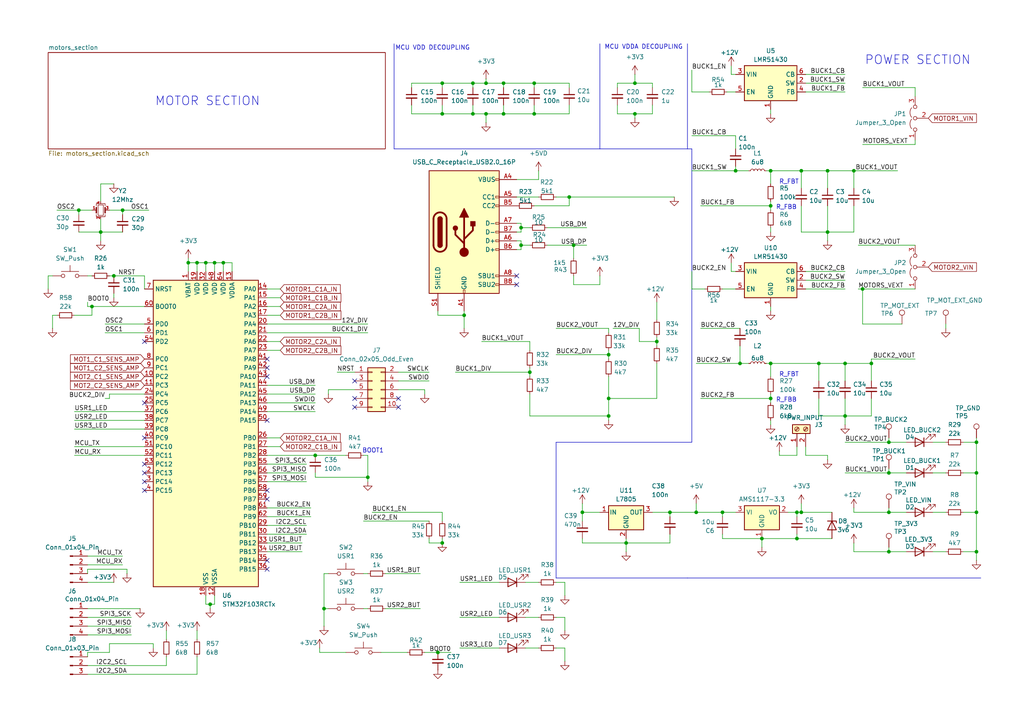
<source format=kicad_sch>
(kicad_sch (version 20231120) (generator "eeschema") (generator_version "8.0")
  (paper "A4")
  (junction (at 240.03 67.31))
  (junction (at 35.56 60.96))
  (junction (at 283.21 160.02))
  (junction (at 54.61 76.2))
  (junction (at 209.55 148.59))
  (junction (at 283.21 128.27))
  (junction (at 91.44 132.08))
  (junction (at 184.15 33.02))
  (junction (at 154.94 24.13))
  (junction (at 128.27 33.02))
  (junction (at 257.81 160.02))
  (junction (at 26.67 88.9))
  (junction (at 128.27 157.48))
  (junction (at 137.16 33.02))
  (junction (at 137.16 24.13))
  (junction (at 245.11 105.41))
  (junction (at 151.13 71.12))
  (junction (at 176.53 115.57))
  (junction (at 176.53 120.65))
  (junction (at 33.02 80.01))
  (junction (at 252.73 105.41))
  (junction (at 214.63 105.41))
  (junction (at 201.93 148.59))
  (junction (at 60.96 175.26))
  (junction (at 194.31 148.59))
  (junction (at 59.69 76.2))
  (junction (at 93.98 176.53))
  (junction (at 128.27 24.13))
  (junction (at 29.21 67.31))
  (junction (at 245.11 120.65))
  (junction (at 223.52 115.57))
  (junction (at 250.19 83.82))
  (junction (at 181.61 157.48))
  (junction (at 220.98 156.21))
  (junction (at 140.97 24.13))
  (junction (at 232.41 148.59))
  (junction (at 64.77 76.2))
  (junction (at 257.81 128.27))
  (junction (at 223.52 59.69))
  (junction (at 140.97 33.02))
  (junction (at 237.49 105.41))
  (junction (at 127 189.23))
  (junction (at 240.03 49.53))
  (junction (at 223.52 49.53))
  (junction (at 165.1 57.15))
  (junction (at 134.62 91.44))
  (junction (at 106.68 138.43))
  (junction (at 146.05 24.13))
  (junction (at 257.81 148.59))
  (junction (at 213.36 49.53))
  (junction (at 190.5 99.06))
  (junction (at 176.53 102.87))
  (junction (at 166.37 71.12))
  (junction (at 247.65 49.53))
  (junction (at 146.05 33.02))
  (junction (at 154.94 33.02))
  (junction (at 283.21 137.16))
  (junction (at 22.86 60.96))
  (junction (at 283.21 148.59))
  (junction (at 231.14 156.21))
  (junction (at 184.15 24.13))
  (junction (at 62.23 76.2))
  (junction (at 57.15 76.2))
  (junction (at 153.67 107.95))
  (junction (at 232.41 49.53))
  (junction (at 231.14 148.59))
  (junction (at 168.91 148.59))
  (junction (at 151.13 66.04))
  (junction (at 223.52 105.41))
  (junction (at 257.81 137.16))
  (no_connect (at 149.86 80.01))
  (no_connect (at 41.91 127))
  (no_connect (at 102.87 118.11))
  (no_connect (at 41.91 116.84))
  (no_connect (at 41.91 139.7))
  (no_connect (at 149.86 82.55))
  (no_connect (at 41.91 137.16))
  (no_connect (at 41.91 142.24))
  (no_connect (at 77.47 121.92))
  (no_connect (at 77.47 109.22))
  (no_connect (at 77.47 106.68))
  (no_connect (at 77.47 104.14))
  (no_connect (at 102.87 110.49))
  (no_connect (at 77.47 144.78))
  (no_connect (at 115.57 115.57))
  (no_connect (at 41.91 99.06))
  (no_connect (at 77.47 162.56))
  (no_connect (at 41.91 134.62))
  (no_connect (at 77.47 142.24))
  (no_connect (at 102.87 115.57))
  (no_connect (at 77.47 165.1))
  (no_connect (at 115.57 118.11))
  (wire (pts (xy 283.21 128.27) (xy 283.21 137.16)))
  (wire (pts (xy 77.47 149.86) (xy 90.17 149.86)))
  (wire (pts (xy 209.55 148.59) (xy 213.36 148.59)))
  (wire (pts (xy 153.67 99.06) (xy 153.67 101.6)))
  (wire (pts (xy 64.77 76.2) (xy 67.31 76.2)))
  (wire (pts (xy 213.36 39.37) (xy 200.66 39.37)))
  (wire (pts (xy 252.73 104.14) (xy 265.43 104.14)))
  (wire (pts (xy 201.93 105.41) (xy 214.63 105.41)))
  (wire (pts (xy 151.13 64.77) (xy 149.86 64.77)))
  (wire (pts (xy 252.73 115.57) (xy 252.73 120.65)))
  (wire (pts (xy 77.47 139.7) (xy 88.9 139.7)))
  (wire (pts (xy 189.23 24.13) (xy 189.23 25.4)))
  (wire (pts (xy 223.52 58.42) (xy 223.52 59.69)))
  (wire (pts (xy 165.1 57.15) (xy 195.58 57.15)))
  (wire (pts (xy 270.51 137.16) (xy 274.32 137.16)))
  (wire (pts (xy 156.21 52.07) (xy 149.86 52.07)))
  (wire (pts (xy 165.1 30.48) (xy 165.1 33.02)))
  (wire (pts (xy 35.56 161.29) (xy 25.4 161.29)))
  (wire (pts (xy 279.4 148.59) (xy 283.21 148.59)))
  (wire (pts (xy 127 189.23) (xy 130.81 189.23)))
  (wire (pts (xy 250.19 83.82) (xy 265.43 83.82)))
  (wire (pts (xy 203.2 115.57) (xy 223.52 115.57)))
  (wire (pts (xy 231.14 154.94) (xy 231.14 156.21)))
  (wire (pts (xy 185.42 95.25) (xy 185.42 99.06)))
  (wire (pts (xy 54.61 76.2) (xy 54.61 78.74)))
  (wire (pts (xy 152.4 179.07) (xy 156.21 179.07)))
  (wire (pts (xy 154.94 33.02) (xy 165.1 33.02)))
  (wire (pts (xy 146.05 25.4) (xy 146.05 24.13)))
  (wire (pts (xy 107.95 148.59) (xy 128.27 148.59)))
  (wire (pts (xy 240.03 132.08) (xy 233.68 132.08)))
  (wire (pts (xy 190.5 87.63) (xy 190.5 92.71)))
  (wire (pts (xy 283.21 127) (xy 283.21 128.27)))
  (wire (pts (xy 213.36 39.37) (xy 213.36 43.18)))
  (wire (pts (xy 77.47 160.02) (xy 87.63 160.02)))
  (wire (pts (xy 21.59 129.54) (xy 41.91 129.54)))
  (wire (pts (xy 111.76 166.37) (xy 121.92 166.37)))
  (wire (pts (xy 29.21 67.31) (xy 29.21 69.85)))
  (wire (pts (xy 95.25 166.37) (xy 93.98 166.37)))
  (wire (pts (xy 154.94 33.02) (xy 146.05 33.02)))
  (wire (pts (xy 41.91 80.01) (xy 41.91 83.82)))
  (wire (pts (xy 154.94 25.4) (xy 154.94 24.13)))
  (wire (pts (xy 245.11 120.65) (xy 245.11 123.19)))
  (wire (pts (xy 91.44 138.43) (xy 91.44 137.16)))
  (wire (pts (xy 231.14 156.21) (xy 220.98 156.21)))
  (wire (pts (xy 232.41 148.59) (xy 241.3 148.59)))
  (wire (pts (xy 132.08 107.95) (xy 153.67 107.95)))
  (wire (pts (xy 153.67 114.3) (xy 153.67 120.65)))
  (wire (pts (xy 257.81 158.75) (xy 257.81 160.02)))
  (wire (pts (xy 77.47 152.4) (xy 88.9 152.4)))
  (wire (pts (xy 237.49 115.57) (xy 237.49 120.65)))
  (wire (pts (xy 176.53 115.57) (xy 176.53 109.22)))
  (wire (pts (xy 111.76 176.53) (xy 121.92 176.53)))
  (wire (pts (xy 106.68 132.08) (xy 105.41 132.08)))
  (wire (pts (xy 25.4 176.53) (xy 40.64 176.53)))
  (wire (pts (xy 128.27 151.13) (xy 128.27 148.59)))
  (wire (pts (xy 133.35 168.91) (xy 144.78 168.91)))
  (wire (pts (xy 91.44 132.08) (xy 100.33 132.08)))
  (wire (pts (xy 62.23 78.74) (xy 62.23 76.2)))
  (wire (pts (xy 33.02 86.36) (xy 33.02 85.09)))
  (wire (pts (xy 151.13 71.12) (xy 151.13 72.39)))
  (wire (pts (xy 25.4 195.58) (xy 57.15 195.58)))
  (wire (pts (xy 151.13 64.77) (xy 151.13 66.04)))
  (wire (pts (xy 119.38 24.13) (xy 128.27 24.13)))
  (wire (pts (xy 67.31 78.74) (xy 67.31 76.2)))
  (wire (pts (xy 247.65 49.53) (xy 260.35 49.53)))
  (wire (pts (xy 25.4 193.04) (xy 48.26 193.04)))
  (wire (pts (xy 21.59 124.46) (xy 41.91 124.46)))
  (wire (pts (xy 15.24 91.44) (xy 16.51 91.44)))
  (wire (pts (xy 124.46 157.48) (xy 128.27 157.48)))
  (wire (pts (xy 209.55 83.82) (xy 213.36 83.82)))
  (wire (pts (xy 33.02 80.01) (xy 41.91 80.01)))
  (wire (pts (xy 81.28 99.06) (xy 77.47 99.06)))
  (wire (pts (xy 57.15 182.88) (xy 57.15 185.42)))
  (wire (pts (xy 119.38 30.48) (xy 119.38 33.02)))
  (polyline (pts (xy 161.29 128.27) (xy 161.29 167.64)))
  (wire (pts (xy 146.05 33.02) (xy 140.97 33.02)))
  (wire (pts (xy 223.52 105.41) (xy 223.52 109.22)))
  (wire (pts (xy 200.66 20.32) (xy 200.66 26.67)))
  (wire (pts (xy 133.35 187.96) (xy 144.78 187.96)))
  (wire (pts (xy 59.69 175.26) (xy 59.69 172.72)))
  (wire (pts (xy 44.45 187.96) (xy 44.45 186.69)))
  (wire (pts (xy 106.68 176.53) (xy 105.41 176.53)))
  (wire (pts (xy 152.4 168.91) (xy 156.21 168.91)))
  (wire (pts (xy 212.09 76.2) (xy 212.09 78.74)))
  (wire (pts (xy 257.81 160.02) (xy 262.89 160.02)))
  (wire (pts (xy 200.66 78.74) (xy 200.66 83.82)))
  (wire (pts (xy 36.83 166.37) (xy 36.83 165.1)))
  (wire (pts (xy 137.16 24.13) (xy 140.97 24.13)))
  (wire (pts (xy 252.73 104.14) (xy 252.73 105.41)))
  (wire (pts (xy 181.61 157.48) (xy 181.61 156.21)))
  (wire (pts (xy 220.98 156.21) (xy 220.98 158.75)))
  (wire (pts (xy 166.37 71.12) (xy 170.18 71.12)))
  (polyline (pts (xy 199.39 167.64) (xy 284.48 167.64)))
  (wire (pts (xy 168.91 146.05) (xy 168.91 148.59)))
  (wire (pts (xy 223.52 115.57) (xy 223.52 116.84)))
  (wire (pts (xy 128.27 30.48) (xy 128.27 33.02)))
  (wire (pts (xy 248.92 71.12) (xy 265.43 71.12)))
  (wire (pts (xy 44.45 186.69) (xy 31.75 186.69)))
  (wire (pts (xy 30.48 115.57) (xy 31.75 115.57)))
  (wire (pts (xy 213.36 49.53) (xy 217.17 49.53)))
  (wire (pts (xy 25.4 165.1) (xy 25.4 166.37)))
  (wire (pts (xy 81.28 127) (xy 77.47 127)))
  (wire (pts (xy 57.15 78.74) (xy 57.15 76.2)))
  (wire (pts (xy 151.13 66.04) (xy 151.13 67.31)))
  (wire (pts (xy 140.97 33.02) (xy 137.16 33.02)))
  (wire (pts (xy 222.25 49.53) (xy 223.52 49.53)))
  (wire (pts (xy 213.36 78.74) (xy 212.09 78.74)))
  (wire (pts (xy 29.21 53.34) (xy 29.21 58.42)))
  (wire (pts (xy 240.03 59.69) (xy 240.03 67.31)))
  (wire (pts (xy 77.47 132.08) (xy 91.44 132.08)))
  (wire (pts (xy 134.62 91.44) (xy 134.62 95.25)))
  (wire (pts (xy 81.28 88.9) (xy 77.47 88.9)))
  (wire (pts (xy 232.41 146.05) (xy 232.41 148.59)))
  (wire (pts (xy 25.4 87.63) (xy 25.4 88.9)))
  (wire (pts (xy 209.55 149.86) (xy 209.55 148.59)))
  (wire (pts (xy 91.44 138.43) (xy 106.68 138.43)))
  (wire (pts (xy 185.42 99.06) (xy 190.5 99.06)))
  (wire (pts (xy 226.06 132.08) (xy 231.14 132.08)))
  (wire (pts (xy 200.66 83.82) (xy 204.47 83.82)))
  (wire (pts (xy 54.61 74.93) (xy 54.61 76.2)))
  (wire (pts (xy 232.41 67.31) (xy 240.03 67.31)))
  (wire (pts (xy 283.21 137.16) (xy 283.21 148.59)))
  (wire (pts (xy 35.56 60.96) (xy 31.75 60.96)))
  (wire (pts (xy 128.27 156.21) (xy 128.27 157.48)))
  (wire (pts (xy 223.52 114.3) (xy 223.52 115.57)))
  (wire (pts (xy 163.83 182.88) (xy 163.83 179.07)))
  (wire (pts (xy 223.52 121.92) (xy 223.52 123.19)))
  (wire (pts (xy 270.51 160.02) (xy 274.32 160.02)))
  (wire (pts (xy 60.96 175.26) (xy 60.96 176.53)))
  (wire (pts (xy 48.26 182.88) (xy 48.26 185.42)))
  (wire (pts (xy 21.59 132.08) (xy 41.91 132.08)))
  (polyline (pts (xy 199.39 12.7) (xy 199.39 43.18)))
  (wire (pts (xy 149.86 72.39) (xy 151.13 72.39)))
  (wire (pts (xy 237.49 105.41) (xy 237.49 110.49)))
  (wire (pts (xy 137.16 30.48) (xy 137.16 33.02)))
  (wire (pts (xy 81.28 129.54) (xy 77.47 129.54)))
  (wire (pts (xy 119.38 25.4) (xy 119.38 24.13)))
  (wire (pts (xy 146.05 30.48) (xy 146.05 33.02)))
  (wire (pts (xy 166.37 80.01) (xy 166.37 82.55)))
  (wire (pts (xy 81.28 101.6) (xy 77.47 101.6)))
  (wire (pts (xy 124.46 156.21) (xy 124.46 157.48)))
  (wire (pts (xy 95.25 113.03) (xy 95.25 114.3)))
  (wire (pts (xy 149.86 69.85) (xy 151.13 69.85)))
  (wire (pts (xy 48.26 190.5) (xy 48.26 193.04)))
  (wire (pts (xy 137.16 24.13) (xy 137.16 25.4)))
  (wire (pts (xy 153.67 106.68) (xy 153.67 107.95)))
  (wire (pts (xy 93.98 176.53) (xy 95.25 176.53)))
  (wire (pts (xy 25.4 181.61) (xy 38.1 181.61)))
  (wire (pts (xy 154.94 24.13) (xy 165.1 24.13)))
  (polyline (pts (xy 200.66 43.18) (xy 199.39 43.18)))
  (wire (pts (xy 240.03 133.35) (xy 240.03 132.08)))
  (wire (pts (xy 184.15 24.13) (xy 179.07 24.13)))
  (wire (pts (xy 22.86 62.23) (xy 22.86 60.96)))
  (wire (pts (xy 21.59 91.44) (xy 26.67 91.44)))
  (wire (pts (xy 176.53 115.57) (xy 190.5 115.57)))
  (wire (pts (xy 123.19 113.03) (xy 115.57 113.03)))
  (wire (pts (xy 194.31 148.59) (xy 189.23 148.59)))
  (wire (pts (xy 13.97 80.01) (xy 15.24 80.01)))
  (wire (pts (xy 173.99 80.01) (xy 173.99 82.55)))
  (wire (pts (xy 77.47 157.48) (xy 87.63 157.48)))
  (wire (pts (xy 123.19 189.23) (xy 127 189.23)))
  (wire (pts (xy 93.98 181.61) (xy 93.98 176.53)))
  (wire (pts (xy 283.21 162.56) (xy 283.21 160.02)))
  (polyline (pts (xy 161.29 128.27) (xy 200.66 128.27)))
  (wire (pts (xy 194.31 148.59) (xy 201.93 148.59)))
  (wire (pts (xy 149.86 67.31) (xy 151.13 67.31)))
  (wire (pts (xy 184.15 34.29) (xy 184.15 33.02)))
  (wire (pts (xy 151.13 69.85) (xy 151.13 71.12)))
  (wire (pts (xy 57.15 76.2) (xy 54.61 76.2)))
  (wire (pts (xy 57.15 190.5) (xy 57.15 195.58)))
  (polyline (pts (xy 200.66 128.27) (xy 200.66 43.18)))
  (wire (pts (xy 232.41 148.59) (xy 231.14 148.59)))
  (wire (pts (xy 161.29 57.15) (xy 165.1 57.15)))
  (wire (pts (xy 245.11 128.27) (xy 257.81 128.27)))
  (wire (pts (xy 15.24 95.25) (xy 15.24 91.44)))
  (wire (pts (xy 223.52 88.9) (xy 223.52 90.17)))
  (wire (pts (xy 247.65 49.53) (xy 247.65 54.61)))
  (wire (pts (xy 77.47 96.52) (xy 106.68 96.52)))
  (polyline (pts (xy 173.99 43.18) (xy 199.39 43.18)))
  (wire (pts (xy 200.66 26.67) (xy 205.74 26.67)))
  (wire (pts (xy 212.09 19.05) (xy 212.09 21.59)))
  (wire (pts (xy 240.03 69.85) (xy 240.03 67.31)))
  (wire (pts (xy 209.55 156.21) (xy 220.98 156.21)))
  (wire (pts (xy 247.65 160.02) (xy 257.81 160.02)))
  (wire (pts (xy 222.25 105.41) (xy 223.52 105.41)))
  (wire (pts (xy 31.75 80.01) (xy 33.02 80.01)))
  (wire (pts (xy 247.65 157.48) (xy 247.65 160.02)))
  (wire (pts (xy 176.53 95.25) (xy 176.53 96.52)))
  (wire (pts (xy 163.83 172.72) (xy 163.83 168.91)))
  (wire (pts (xy 213.36 48.26) (xy 213.36 49.53)))
  (wire (pts (xy 106.68 139.7) (xy 106.68 138.43)))
  (wire (pts (xy 223.52 105.41) (xy 237.49 105.41)))
  (wire (pts (xy 247.65 59.69) (xy 247.65 67.31)))
  (wire (pts (xy 194.31 149.86) (xy 194.31 148.59)))
  (wire (pts (xy 279.4 137.16) (xy 283.21 137.16)))
  (wire (pts (xy 194.31 157.48) (xy 181.61 157.48)))
  (wire (pts (xy 189.23 30.48) (xy 189.23 33.02)))
  (wire (pts (xy 226.06 130.81) (xy 226.06 132.08)))
  (wire (pts (xy 16.51 60.96) (xy 22.86 60.96)))
  (wire (pts (xy 210.82 26.67) (xy 213.36 26.67)))
  (polyline (pts (xy 114.3 12.7) (xy 114.3 43.18)))
  (wire (pts (xy 257.81 137.16) (xy 262.89 137.16)))
  (wire (pts (xy 233.68 78.74) (xy 245.11 78.74)))
  (wire (pts (xy 240.03 49.53) (xy 247.65 49.53)))
  (wire (pts (xy 35.56 60.96) (xy 43.18 60.96)))
  (wire (pts (xy 163.83 191.77) (xy 163.83 187.96)))
  (wire (pts (xy 250.19 25.4) (xy 265.43 25.4)))
  (wire (pts (xy 154.94 24.13) (xy 146.05 24.13)))
  (wire (pts (xy 31.75 186.69) (xy 31.75 189.23)))
  (wire (pts (xy 115.57 110.49) (xy 124.46 110.49)))
  (wire (pts (xy 231.14 156.21) (xy 241.3 156.21)))
  (wire (pts (xy 209.55 154.94) (xy 209.55 156.21)))
  (wire (pts (xy 154.94 30.48) (xy 154.94 33.02)))
  (wire (pts (xy 252.73 120.65) (xy 245.11 120.65)))
  (wire (pts (xy 13.97 83.82) (xy 13.97 80.01)))
  (polyline (pts (xy 173.99 12.7) (xy 173.99 43.18)))
  (wire (pts (xy 59.69 76.2) (xy 57.15 76.2)))
  (wire (pts (xy 95.25 113.03) (xy 102.87 113.03)))
  (wire (pts (xy 223.52 66.04) (xy 223.52 67.31)))
  (wire (pts (xy 265.43 40.64) (xy 265.43 41.91)))
  (polyline (pts (xy 161.29 167.64) (xy 199.39 167.64)))
  (wire (pts (xy 105.41 151.13) (xy 124.46 151.13)))
  (wire (pts (xy 233.68 24.13) (xy 245.11 24.13)))
  (wire (pts (xy 22.86 60.96) (xy 26.67 60.96)))
  (wire (pts (xy 60.96 175.26) (xy 62.23 175.26)))
  (wire (pts (xy 62.23 172.72) (xy 62.23 175.26)))
  (wire (pts (xy 265.43 25.4) (xy 265.43 27.94)))
  (wire (pts (xy 77.47 119.38) (xy 91.44 119.38)))
  (wire (pts (xy 140.97 24.13) (xy 146.05 24.13)))
  (wire (pts (xy 223.52 31.75) (xy 223.52 33.02)))
  (wire (pts (xy 106.68 166.37) (xy 105.41 166.37)))
  (wire (pts (xy 214.63 105.41) (xy 217.17 105.41)))
  (wire (pts (xy 176.53 101.6) (xy 176.53 102.87)))
  (wire (pts (xy 233.68 83.82) (xy 245.11 83.82)))
  (wire (pts (xy 176.53 120.65) (xy 176.53 121.92)))
  (wire (pts (xy 139.7 99.06) (xy 153.67 99.06)))
  (wire (pts (xy 270.51 128.27) (xy 274.32 128.27)))
  (wire (pts (xy 21.59 121.92) (xy 41.91 121.92)))
  (wire (pts (xy 213.36 21.59) (xy 212.09 21.59)))
  (wire (pts (xy 194.31 154.94) (xy 194.31 157.48)))
  (wire (pts (xy 176.53 102.87) (xy 176.53 104.14)))
  (wire (pts (xy 257.81 148.59) (xy 262.89 148.59)))
  (wire (pts (xy 165.1 25.4) (xy 165.1 24.13)))
  (wire (pts (xy 119.38 33.02) (xy 128.27 33.02)))
  (wire (pts (xy 133.35 179.07) (xy 144.78 179.07)))
  (wire (pts (xy 128.27 24.13) (xy 128.27 25.4)))
  (wire (pts (xy 232.41 59.69) (xy 232.41 67.31)))
  (wire (pts (xy 77.47 134.62) (xy 88.9 134.62)))
  (wire (pts (xy 247.65 147.32) (xy 247.65 148.59)))
  (wire (pts (xy 232.41 49.53) (xy 232.41 54.61)))
  (wire (pts (xy 25.4 165.1) (xy 36.83 165.1)))
  (wire (pts (xy 156.21 49.53) (xy 156.21 52.07)))
  (wire (pts (xy 168.91 148.59) (xy 173.99 148.59)))
  (wire (pts (xy 173.99 82.55) (xy 166.37 82.55)))
  (wire (pts (xy 168.91 157.48) (xy 181.61 157.48)))
  (wire (pts (xy 26.67 88.9) (xy 41.91 88.9)))
  (wire (pts (xy 181.61 160.02) (xy 181.61 157.48)))
  (wire (pts (xy 163.83 187.96) (xy 161.29 187.96)))
  (wire (pts (xy 237.49 105.41) (xy 245.11 105.41)))
  (wire (pts (xy 81.28 83.82) (xy 77.47 83.82)))
  (wire (pts (xy 151.13 66.04) (xy 153.67 66.04)))
  (wire (pts (xy 245.11 105.41) (xy 245.11 110.49)))
  (wire (pts (xy 203.2 59.69) (xy 223.52 59.69)))
  (wire (pts (xy 93.98 166.37) (xy 93.98 176.53)))
  (wire (pts (xy 190.5 97.79) (xy 190.5 99.06)))
  (wire (pts (xy 245.11 115.57) (xy 245.11 120.65)))
  (wire (pts (xy 106.68 132.08) (xy 106.68 138.43)))
  (wire (pts (xy 26.67 88.9) (xy 26.67 91.44)))
  (wire (pts (xy 31.75 115.57) (xy 31.75 114.3)))
  (wire (pts (xy 233.68 132.08) (xy 233.68 129.54)))
  (wire (pts (xy 283.21 148.59) (xy 283.21 160.02)))
  (wire (pts (xy 77.47 147.32) (xy 90.17 147.32)))
  (wire (pts (xy 237.49 120.65) (xy 245.11 120.65)))
  (wire (pts (xy 153.67 107.95) (xy 153.67 109.22)))
  (wire (pts (xy 214.63 100.33) (xy 214.63 105.41)))
  (wire (pts (xy 92.71 189.23) (xy 100.33 189.23)))
  (wire (pts (xy 127 90.17) (xy 127 91.44)))
  (wire (pts (xy 283.21 160.02) (xy 279.4 160.02)))
  (wire (pts (xy 179.07 33.02) (xy 179.07 30.48)))
  (wire (pts (xy 250.19 93.98) (xy 250.19 83.82)))
  (wire (pts (xy 214.63 95.25) (xy 203.2 95.25)))
  (wire (pts (xy 152.4 187.96) (xy 156.21 187.96)))
  (wire (pts (xy 270.51 148.59) (xy 274.32 148.59)))
  (wire (pts (xy 77.47 137.16) (xy 88.9 137.16)))
  (wire (pts (xy 77.47 111.76) (xy 91.44 111.76)))
  (wire (pts (xy 25.4 189.23) (xy 25.4 190.5)))
  (wire (pts (xy 250.19 41.91) (xy 265.43 41.91)))
  (wire (pts (xy 279.4 128.27) (xy 283.21 128.27)))
  (wire (pts (xy 25.4 88.9) (xy 26.67 88.9)))
  (wire (pts (xy 201.93 148.59) (xy 209.55 148.59)))
  (wire (pts (xy 168.91 156.21) (xy 168.91 157.48)))
  (wire (pts (xy 97.79 107.95) (xy 102.87 107.95)))
  (polyline (pts (xy 114.3 43.18) (xy 173.99 43.18)))
  (wire (pts (xy 110.49 189.23) (xy 118.11 189.23)))
  (wire (pts (xy 232.41 49.53) (xy 240.03 49.53)))
  (wire (pts (xy 62.23 76.2) (xy 64.77 76.2)))
  (wire (pts (xy 257.81 128.27) (xy 262.89 128.27)))
  (wire (pts (xy 247.65 148.59) (xy 257.81 148.59)))
  (wire (pts (xy 245.11 137.16) (xy 257.81 137.16)))
  (wire (pts (xy 29.21 63.5) (xy 29.21 67.31)))
  (wire (pts (xy 158.75 66.04) (xy 170.18 66.04)))
  (wire (pts (xy 62.23 76.2) (xy 59.69 76.2)))
  (wire (pts (xy 81.28 91.44) (xy 77.47 91.44)))
  (wire (pts (xy 240.03 49.53) (xy 240.03 54.61)))
  (wire (pts (xy 179.07 24.13) (xy 179.07 25.4)))
  (wire (pts (xy 161.29 102.87) (xy 176.53 102.87)))
  (wire (pts (xy 184.15 24.13) (xy 189.23 24.13)))
  (wire (pts (xy 190.5 105.41) (xy 190.5 115.57)))
  (wire (pts (xy 231.14 148.59) (xy 228.6 148.59)))
  (wire (pts (xy 189.23 33.02) (xy 184.15 33.02)))
  (wire (pts (xy 77.47 154.94) (xy 88.9 154.94)))
  (wire (pts (xy 22.86 67.31) (xy 29.21 67.31)))
  (wire (pts (xy 274.32 93.98) (xy 274.32 95.25)))
  (wire (pts (xy 31.75 114.3) (xy 41.91 114.3)))
  (wire (pts (xy 115.57 107.95) (xy 124.46 107.95)))
  (wire (pts (xy 154.94 59.69) (xy 165.1 59.69)))
  (wire (pts (xy 165.1 59.69) (xy 165.1 57.15)))
  (wire (pts (xy 161.29 95.25) (xy 176.53 95.25)))
  (wire (pts (xy 163.83 168.91) (xy 161.29 168.91)))
  (wire (pts (xy 176.53 120.65) (xy 176.53 115.57)))
  (wire (pts (xy 59.69 78.74) (xy 59.69 76.2)))
  (wire (pts (xy 168.91 151.13) (xy 168.91 148.59)))
  (wire (pts (xy 163.83 179.07) (xy 161.29 179.07)))
  (wire (pts (xy 123.19 113.03) (xy 123.19 114.3)))
  (wire (pts (xy 41.91 96.52) (xy 30.48 96.52)))
  (wire (pts (xy 240.03 67.31) (xy 247.65 67.31)))
  (wire (pts (xy 29.21 67.31) (xy 35.56 67.31)))
  (wire (pts (xy 153.67 120.65) (xy 176.53 120.65)))
  (wire (pts (xy 177.8 95.25) (xy 185.42 95.25)))
  (wire (pts (xy 77.47 93.98) (xy 106.68 93.98)))
  (wire (pts (xy 179.07 33.02) (xy 184.15 33.02)))
  (wire (pts (xy 30.48 93.98) (xy 41.91 93.98)))
  (wire (pts (xy 33.02 53.34) (xy 29.21 53.34)))
  (wire (pts (xy 223.52 49.53) (xy 232.41 49.53)))
  (wire (pts (xy 231.14 149.86) (xy 231.14 148.59)))
  (wire (pts (xy 127 91.44) (xy 134.62 91.44)))
  (wire (pts (xy 233.68 21.59) (xy 245.11 21.59)))
  (wire (pts (xy 231.14 132.08) (xy 231.14 129.54)))
  (wire (pts (xy 151.13 71.12) (xy 153.67 71.12)))
  (wire (pts (xy 190.5 99.06) (xy 190.5 100.33)))
  (wire (pts (xy 25.4 168.91) (xy 33.02 168.91)))
  (wire (pts (xy 257.81 135.89) (xy 257.81 137.16)))
  (wire (pts (xy 64.77 76.2) (xy 64.77 78.74)))
  (wire (pts (xy 77.47 116.84) (xy 91.44 116.84)))
  (wire (pts (xy 81.28 86.36) (xy 77.47 86.36)))
  (wire (pts (xy 25.4 184.15) (xy 38.1 184.15)))
  (wire (pts (xy 59.69 175.26) (xy 60.96 175.26)))
  (wire (pts (xy 31.75 189.23) (xy 25.4 189.23)))
  (wire (pts (xy 137.16 24.13) (xy 128.27 24.13)))
  (wire (pts (xy 128.27 33.02) (xy 137.16 33.02)))
  (wire (pts (xy 245.11 105.41) (xy 252.73 105.41)))
  (wire (pts (xy 223.52 59.69) (xy 223.52 60.96)))
  (wire (pts (xy 200.66 49.53) (xy 213.36 49.53)))
  (wire (pts (xy 25.4 163.83) (xy 35.56 163.83)))
  (wire (pts (xy 35.56 62.23) (xy 35.56 60.96)))
  (wire (pts (xy 257.81 147.32) (xy 257.81 148.59)))
  (wire (pts (xy 257.81 127) (xy 257.81 128.27)))
  (wire (pts (xy 25.4 179.07) (xy 38.1 179.07)))
  (wire (pts (xy 233.68 26.67) (xy 245.11 26.67)))
  (wire (pts (xy 158.75 71.12) (xy 166.37 71.12)))
  (wire (pts (xy 201.93 146.05) (xy 201.93 148.59)))
  (wire (pts (xy 252.73 110.49) (xy 252.73 105.41)))
  (wire (pts (xy 134.62 90.17) (xy 134.62 91.44)))
  (wire (pts (xy 26.67 80.01) (xy 25.4 80.01)))
  (wire (pts (xy 184.15 21.59) (xy 184.15 24.13)))
  (wire (pts (xy 248.92 83.82) (xy 250.19 83.82)))
  (wire (pts (xy 223.52 49.53) (xy 223.52 53.34)))
  (wire (pts (xy 149.86 57.15) (xy 156.21 57.15)))
  (wire (pts (xy 77.47 114.3) (xy 91.44 114.3)))
  (wire (pts (xy 140.97 22.86) (xy 140.97 24.13)))
  (wire (pts (xy 21.59 119.38) (xy 41.91 119.38)))
  (wire (pts (xy 92.71 187.96) (xy 92.71 189.23)))
  (wire (pts (xy 233.68 81.28) (xy 245.11 81.28)))
  (wire (pts (xy 261.62 93.98) (xy 250.19 93.98)))
  (wire (pts (xy 140.97 33.02) (xy 140.97 35.56)))
  (wire (pts (xy 166.37 71.12) (xy 166.37 74.93)))
  (text "R_FBT" (at 228.854 52.832 0) (effects (font (size 1.27 1.27))))
  (text "MOTOR SECTION" (at 60.198 29.464 0) (effects (font (size 2.54 2.54))))
  (text "R_FBT" (at 228.854 108.712 0) (effects (font (size 1.27 1.27))))
  (text "POWER SECTION\n" (at 266.192 17.526 0) (effects (font (size 2.54 2.54))))
  (text "MCU VDD DECOUPLING" (at 125.476 13.97 0) (effects (font (size 1.27 1.27))))
  (text "R_FBB\n" (at 228.092 116.078 0) (effects (font (size 1.27 1.27))))
  (text "BOOT1" (at 108.204 130.81 0) (effects (font (size 1.27 1.27))))
  (text "R_FBB\n" (at 228.092 60.198 0) (effects (font (size 1.27 1.27))))
  (text "MCU VDDA DECOUPLING" (at 186.69 13.716 0) (effects (font (size 1.27 1.27))))
  (label "BUCK1_SW" (at 245.11 24.13 180))
  (label "BUCK2_CB" (at 203.2 95.25 0))
  (label "USR1_LED" (at 133.35 168.91 0))
  (label "MCU_RX" (at 21.59 132.08 0))
  (label "MCU_RX" (at 35.56 163.83 180))
  (label "USR2_LED" (at 133.35 179.07 0))
  (label "I2C2_SCL" (at 88.9 152.4 180))
  (label "OSC1" (at 30.48 96.52 0))
  (label "BUCK1_FB" (at 245.11 26.67 180))
  (label "BUCK2_EN" (at 200.66 78.74 0))
  (label "BUCK2_SW" (at 201.93 105.41 0))
  (label "BUCK2_SW" (at 245.11 81.28 180))
  (label "OSC2" (at 30.48 93.98 0))
  (label "USB_DM" (at 91.44 111.76 180))
  (label "BUCK2_VOUT" (at 248.92 71.12 0))
  (label "BUCK2_VOUT" (at 245.11 128.27 0))
  (label "MCU_TX" (at 21.59 129.54 0))
  (label "BUCK1_FB" (at 203.2 59.69 0))
  (label "SPI3_SCK" (at 88.9 134.62 180))
  (label "USR3_LED" (at 133.35 187.96 0))
  (label "USR2_LED" (at 21.59 121.92 0))
  (label "USR2_BUT" (at 121.92 176.53 180))
  (label "SWDIO" (at 91.44 116.84 180))
  (label "BOOT0" (at 130.81 189.23 180))
  (label "USR3_LED" (at 21.59 124.46 0))
  (label "BUCK2_DIV" (at 30.48 115.57 180))
  (label "MCU_TX" (at 35.56 161.29 180))
  (label "12V_DIV" (at 106.68 93.98 180))
  (label "BUCK1_VOUT" (at 245.11 137.16 0))
  (label "USB_DP" (at 91.44 114.3 180))
  (label "USR1_BUT" (at 121.92 166.37 180))
  (label "BUCK1_SW" (at 200.66 49.53 0))
  (label "BUCK1_VOUT" (at 260.35 49.53 180))
  (label "SPI3_MISO" (at 38.1 181.61 180))
  (label "SPI3_MOSI" (at 38.1 184.15 180))
  (label "MOTORS_VEXT" (at 250.19 41.91 0))
  (label "BUCK1_CB" (at 200.66 39.37 0))
  (label "BUCK2_EN" (at 90.17 147.32 180))
  (label "I2C2_SDA" (at 88.9 154.94 180))
  (label "BOOT0" (at 25.4 87.63 0))
  (label "BUCK1_CB" (at 245.11 21.59 180))
  (label "BUCK1_EN" (at 200.66 20.32 0))
  (label "BUCK2_FB" (at 245.11 83.82 180))
  (label "USR2_BUT" (at 87.63 160.02 180))
  (label "USB_DP" (at 170.18 71.12 180))
  (label "NRST" (at 97.79 107.95 0))
  (label "I2C2_SCL" (at 36.83 193.04 180))
  (label "USR1_BUT" (at 87.63 157.48 180))
  (label "BUCK2_VOUT" (at 161.29 95.25 0))
  (label "BUCK2_CB" (at 245.11 78.74 180))
  (label "BUCK1_EN" (at 90.17 149.86 180))
  (label "BUCK2_DIV" (at 161.29 102.87 0))
  (label "BUCK1_VOUT" (at 250.19 25.4 0))
  (label "SPI3_MISO" (at 88.9 137.16 180))
  (label "USB_DM" (at 170.18 66.04 180))
  (label "12V_DIV" (at 177.8 95.25 0))
  (label "MOTORS_VEXT" (at 248.92 83.82 0))
  (label "OSC1" (at 43.18 60.96 180))
  (label "OSC2" (at 16.51 60.96 0))
  (label "SPI3_SCK" (at 38.1 179.07 180))
  (label "SWDIO" (at 124.46 110.49 180))
  (label "SWCLK" (at 124.46 107.95 180))
  (label "BUCK2_FB" (at 203.2 115.57 0))
  (label "BUCK1_EN" (at 107.95 148.59 0))
  (label "SWCLK" (at 91.44 119.38 180))
  (label "BUCK1_DIV" (at 106.68 96.52 180))
  (label "BUCK1_VOUT" (at 139.7 99.06 0))
  (label "NRST" (at 34.29 80.01 0))
  (label "BUCK2_EN" (at 105.41 151.13 0))
  (label "SPI3_MOSI" (at 88.9 139.7 180))
  (label "BUCK2_VOUT" (at 265.43 104.14 180))
  (label "USR1_LED" (at 21.59 119.38 0))
  (label "I2C2_SDA" (at 36.83 195.58 180))
  (label "BUCK1_DIV" (at 132.08 107.95 0))
  (global_label "MOTOR2_C1A_IN" (shape input) (at 81.28 127 0) (property "Intersheetrefs" "${INTERSHEET_REFS}" (effects (hide yes))))
  (global_label "MOTOR1_C2B_IN" (shape input) (at 81.28 91.44 0) (property "Intersheetrefs" "${INTERSHEET_REFS}" (effects (hide yes))))
  (global_label "MOTOR2_VIN" (shape input) (at 269.24 77.47 0) (property "Intersheetrefs" "${INTERSHEET_REFS}" (effects (hide yes))))
  (global_label "MOT1_C1_SENS_AMP" (shape input) (at 41.91 104.14 180) (property "Intersheetrefs" "${INTERSHEET_REFS}" (effects (hide yes))))
  (global_label "MOT2_C2_SENS_AMP" (shape input) (at 41.91 111.76 180) (property "Intersheetrefs" "${INTERSHEET_REFS}" (effects (hide yes))))
  (global_label "MOTOR1_C1A_IN" (shape input) (at 81.28 83.82 0) (property "Intersheetrefs" "${INTERSHEET_REFS}" (effects (hide yes))))
  (global_label "MOT1_C2_SENS_AMP" (shape input) (at 41.91 106.68 180) (property "Intersheetrefs" "${INTERSHEET_REFS}" (effects (hide yes))))
  (global_label "MOTOR2_C2B_IN" (shape input) (at 81.28 101.6 0) (property "Intersheetrefs" "${INTERSHEET_REFS}" (effects (hide yes))))
  (global_label "MOTOR1_C2A_IN" (shape input) (at 81.28 88.9 0) (property "Intersheetrefs" "${INTERSHEET_REFS}" (effects (hide yes))))
  (global_label "MOTOR2_C1B_IN" (shape input) (at 81.28 129.54 0) (property "Intersheetrefs" "${INTERSHEET_REFS}" (effects (hide yes))))
  (global_label "MOTOR1_VIN" (shape input) (at 269.24 34.29 0) (property "Intersheetrefs" "${INTERSHEET_REFS}" (effects (hide yes))))
  (global_label "MOTOR1_C1B_IN" (shape input) (at 81.28 86.36 0) (property "Intersheetrefs" "${INTERSHEET_REFS}" (effects (hide yes))))
  (global_label "MOTOR2_C2A_IN" (shape input) (at 81.28 99.06 0) (property "Intersheetrefs" "${INTERSHEET_REFS}" (effects (hide yes))))
  (global_label "MOT2_C1_SENS_AMP" (shape input) (at 41.91 109.22 180) (property "Intersheetrefs" "${INTERSHEET_REFS}" (effects (hide yes))))
  (symbol (lib_id "Device:R_Small") (at 190.5 95.25 0) (unit 1)
    (property "Reference" "R34" (at 193.04 93.9799 0) (effects (justify left)))
    (property "Value" "33k" (at 193.04 96.5199 0) (effects (justify left)))
    (property "Footprint" "Resistor_SMD:R_0603_1608Metric" (effects (hide yes)))
    (property "Description" "JLC:  C4216" (effects (hide yes)))
    (property "LCSC" "C4216" (effects (hide yes)))
  )
  (symbol (lib_id "Switch:SW_Push") (at 105.41 189.23 0) (unit 1)
    (property "Reference" "SW4" (at 105.41 181.61 0))
    (property "Value" "SW_Push" (at 105.41 184.15 0))
    (property "Footprint" "stepper_ctrl_lib:stepper TACT_SWITCH" (effects (hide yes)))
    (property "Description" "Push button switch, generic, two pins" (effects (hide yes)))
    (property "LCSC" " C720477" (effects (hide yes)))
  )
  (symbol (lib_id "power:+12V") (at 168.91 146.05 0) (unit 1)
    (property "Reference" "#PWR020" (effects (hide yes)))
    (property "Value" "+12V" (at 168.402 142.24 0))
    (property "Description" "Power symbol creates a global label with name \"+12V\"" (effects (hide yes)))
  )
  (symbol (lib_id "Regulator_Switching:LMR51430") (at 223.52 24.13 0) (unit 1)
    (property "Reference" "U5" (at 223.52 14.732 0))
    (property "Value" "LMR51430" (at 223.52 17.272 0))
    (property "Footprint" "Package_TO_SOT_SMD:SOT-23-6" (effects (hide yes)))
    (property "Datasheet" "https://www.ti.com/lit/ds/symlink/lmr51430.pdf" (effects (hide yes)))
    (property "Description" "4.5-V to 36-V, 3-A synchronous buck converter with 40-µA IQ, SOT-23-6" (effects (hide yes)))
    (property "LCSC" "C5219261" (effects (hide yes)))
  )
  (symbol (lib_id "power:+3V3") (at 140.97 22.86 0) (unit 1)
    (property "Reference" "#PWR028" (effects (hide yes)))
    (property "Value" "+3V3" (at 140.97 17.78 0))
    (property "Description" "Power symbol creates a global label with name \"+3V3\"" (effects (hide yes)))
  )
  (symbol (lib_id "power:GND") (at 195.58 57.15 0) (unit 1)
    (property "Reference" "#PWR046" (effects (hide yes)))
    (property "Value" "GND" (effects (hide yes)))
    (property "Description" "Power symbol creates a global label with name \"GND\" , ground" (effects (hide yes)))
  )
  (symbol (lib_id "Connector:TestPoint") (at 257.81 158.75 0) (unit 1)
    (property "Reference" "TP3" (at 259.334 154.178 0) (effects (justify left)))
    (property "Value" "TP_3V3" (at 259.334 151.8921 0) (effects (justify left)))
    (property "Footprint" "TestPoint:TestPoint_Pad_D1.5mm" (effects (hide yes)))
    (property "Description" "test point" (effects (hide yes)))
  )
  (symbol (lib_id "Device:C_Small") (at 179.07 27.94 0) (unit 1)
    (property "Reference" "C20" (at 181.61 26.6762 0) (effects (justify left)))
    (property "Value" "100n" (at 181.61 29.2162 0) (effects (justify left)))
    (property "Footprint" "Capacitor_SMD:C_0603_1608Metric" (effects (hide yes)))
    (property "LCSC" "C14663" (effects (hide yes)))
  )
  (symbol (lib_id "Device:R_Small") (at 276.86 128.27 90) (unit 1)
    (property "Reference" "R29" (at 276.86 123.19 90))
    (property "Value" "22k" (at 276.86 125.73 90))
    (property "Footprint" "Resistor_SMD:R_0603_1608Metric" (effects (hide yes)))
    (property "Description" "JLC:C23162" (effects (hide yes)))
    (property "LCSC" " C31850" (effects (hide yes)))
  )
  (symbol (lib_id "Switch:SW_Push") (at 100.33 166.37 0) (unit 1)
    (property "Reference" "SW2" (at 100.33 158.75 0))
    (property "Value" "USR1" (at 100.33 161.29 0))
    (property "Footprint" "stepper_ctrl_lib:stepper TACT_SWITCH" (effects (hide yes)))
    (property "Description" "Push button switch, generic, two pins" (effects (hide yes)))
    (property "LCSC" " C720477" (effects (hide yes)))
  )
  (symbol (lib_id "Device:R_Small") (at 176.53 99.06 0) (unit 1)
    (property "Reference" "R31" (at 177.8 97.79 0) (effects (justify left)))
    (property "Value" "33k" (at 177.8 100.33 0) (effects (justify left)))
    (property "Footprint" "Resistor_SMD:R_0603_1608Metric" (effects (hide yes)))
    (property "Description" "JLC:  C4216" (effects (hide yes)))
    (property "LCSC" "C4216" (effects (hide yes)))
  )
  (symbol (lib_id "Device:R_Small") (at 109.22 176.53 90) (unit 1)
    (property "Reference" "R37" (at 109.22 171.45 90))
    (property "Value" "1k" (at 109.22 173.99 90))
    (property "Footprint" "Resistor_SMD:R_0603_1608Metric" (effects (hide yes)))
    (property "Description" "JLC:  C25804" (effects (hide yes)))
    (property "LCSC" "C21190" (effects (hide yes)))
  )
  (symbol (lib_id "Device:C_Small") (at 232.41 57.15 0) (unit 1)
    (property "Reference" "C2" (at 234.696 55.626 0) (effects (justify left)))
    (property "Value" "10u" (at 234.696 58.166 0) (effects (justify left)))
    (property "Footprint" "Capacitor_SMD:C_0805_2012Metric" (effects (hide yes)))
    (property "LCSC" "C15850" (effects (hide yes)))
  )
  (symbol (lib_id "Device:C_Small") (at 194.31 152.4 0) (unit 1)
    (property "Reference" "C38" (at 188.976 140.97 0) (effects (justify left)))
    (property "Value" "100n" (at 188.976 143.51 0) (effects (justify left)))
    (property "Footprint" "Capacitor_SMD:C_0603_1608Metric" (effects (hide yes)))
    (property "LCSC" "C14663" (effects (hide yes)))
  )
  (symbol (lib_id "Device:R_Small") (at 158.75 187.96 90) (unit 1)
    (property "Reference" "R40" (at 158.75 182.88 90))
    (property "Value" "1k" (at 158.75 185.42 90))
    (property "Footprint" "Resistor_SMD:R_0603_1608Metric" (effects (hide yes)))
    (property "Description" "JLC:  C25804" (effects (hide yes)))
    (property "LCSC" "C21190" (effects (hide yes)))
  )
  (symbol (lib_id "power:GND") (at 181.61 160.02 0) (unit 1)
    (property "Reference" "#PWR074" (effects (hide yes)))
    (property "Value" "GND" (effects (hide yes)))
    (property "Description" "Power symbol creates a global label with name \"GND\" , ground" (effects (hide yes)))
  )
  (symbol (lib_id "power:GND") (at 40.64 176.53 0) (unit 1)
    (property "Reference" "#PWR069" (effects (hide yes)))
    (property "Value" "GND" (effects (hide yes)))
    (property "Description" "Power symbol creates a global label with name \"GND\" , ground" (effects (hide yes)))
  )
  (symbol (lib_id "power:GND") (at 13.97 83.82 0) (unit 1)
    (property "Reference" "#PWR053" (effects (hide yes)))
    (property "Value" "GND" (effects (hide yes)))
    (property "Description" "Power symbol creates a global label with name \"GND\" , ground" (effects (hide yes)))
  )
  (symbol (lib_id "Device:R_Small") (at 176.53 106.68 0) (unit 1)
    (property "Reference" "R30" (at 178.054 105.41 0) (effects (justify left)))
    (property "Value" "4k7" (at 178.054 107.95 0) (effects (justify left)))
    (property "Footprint" "Resistor_SMD:R_0603_1608Metric" (effects (hide yes)))
    (property "Description" "JLC:C23162" (effects (hide yes)))
    (property "LCSC" "C23162" (effects (hide yes)))
  )
  (symbol (lib_id "Device:R_Small") (at 207.01 83.82 90) (unit 1)
    (property "Reference" "R56" (at 207.01 85.598 90))
    (property "Value" "1k" (at 207.01 87.122 90))
    (property "Footprint" "Resistor_SMD:R_0603_1608Metric" (effects (hide yes)))
    (property "Description" "JLC:  C25804" (effects (hide yes)))
    (property "LCSC" "C21190" (effects (hide yes)))
  )
  (symbol (lib_id "Connector:Screw_Terminal_01x02") (at 231.14 124.46 90) (unit 1)
    (property "Reference" "J3" (at 236.22 123.1899 90) (effects (justify right)))
    (property "Value" "PWR_INPUT" (at 228.092 121.158 90) (effects (justify right)))
    (property "Footprint" "TerminalBlock:TerminalBlock_bornier-2_P5.08mm" (effects (hide yes)))
    (property "Description" "Generic screw terminal, single row, 01x02, script generated (kicad-library-utils/schlib/autogen/connector/)" (effects (hide yes)))
  )
  (symbol (lib_id "Connector:Conn_01x03_Pin") (at 20.32 193.04 0) (unit 1)
    (property "Reference" "J8" (at 20.955 185.42 0))
    (property "Value" "Conn_01x03_Pin" (at 20.955 187.96 0))
    (property "Footprint" "Connector_PinHeader_2.54mm:PinHeader_1x03_P2.54mm_Vertical" (effects (hide yes)))
    (property "Description" "Generic connector, single row, 01x03, script generated" (effects (hide yes)))
  )
  (symbol (lib_id "Connector:TestPoint") (at 257.81 127 0) (unit 1)
    (property "Reference" "TP4" (at 253.492 123.952 0) (effects (justify left)))
    (property "Value" "TP_BUCK2" (at 253.492 121.6661 0) (effects (justify left)))
    (property "Footprint" "TestPoint:TestPoint_Pad_D1.5mm" (effects (hide yes)))
    (property "Description" "test point" (effects (hide yes)))
  )
  (symbol (lib_id "power:GND") (at 176.53 121.92 0) (unit 1)
    (property "Reference" "#PWR059" (effects (hide yes)))
    (property "Value" "GND" (effects (hide yes)))
    (property "Description" "Power symbol creates a global label with name \"GND\" , ground" (effects (hide yes)))
  )
  (symbol (lib_id "power:GND") (at 274.32 95.25 0) (unit 1)
    (property "Reference" "#PWR071" (effects (hide yes)))
    (property "Value" "GND" (effects (hide yes)))
    (property "Description" "Power symbol creates a global label with name \"GND\" , ground" (effects (hide yes)))
  )
  (symbol (lib_id "Device:LED") (at 148.59 168.91 180) (unit 1)
    (property "Reference" "D5" (at 145.796 167.386 0))
    (property "Value" "LED_USR1" (at 149.352 165.354 0))
    (property "Footprint" "LED_SMD:LED_0603_1608Metric" (effects (hide yes)))
    (property "Description" "RED DIODE" (effects (hide yes)))
    (property "LCSC" "C2286 " (effects (hide yes)))
  )
  (symbol (lib_id "Device:R_Small") (at 158.75 179.07 90) (unit 1)
    (property "Reference" "R39" (at 158.75 173.99 90))
    (property "Value" "1k" (at 158.75 176.53 90))
    (property "Footprint" "Resistor_SMD:R_0603_1608Metric" (effects (hide yes)))
    (property "Description" "JLC:  C25804" (effects (hide yes)))
    (property "LCSC" "C21190" (effects (hide yes)))
  )
  (symbol (lib_id "Regulator_Switching:LMR51430") (at 223.52 81.28 0) (unit 1)
    (property "Reference" "U10" (at 223.52 71.882 0))
    (property "Value" "LMR51430" (at 223.52 74.422 0))
    (property "Footprint" "Package_TO_SOT_SMD:SOT-23-6" (effects (hide yes)))
    (property "Datasheet" "https://www.ti.com/lit/ds/symlink/lmr51430.pdf" (effects (hide yes)))
    (property "Description" "4.5-V to 36-V, 3-A synchronous buck converter with 40-µA IQ, SOT-23-6" (effects (hide yes)))
    (property "LCSC" "C5219261" (effects (hide yes)))
  )
  (symbol (lib_id "power:GND") (at 93.98 181.61 0) (unit 1)
    (property "Reference" "#PWR060" (effects (hide yes)))
    (property "Value" "GND" (effects (hide yes)))
    (property "Description" "Power symbol creates a global label with name \"GND\" , ground" (effects (hide yes)))
  )
  (symbol (lib_id "power:GND") (at 163.83 182.88 0) (unit 1)
    (property "Reference" "#PWR062" (effects (hide yes)))
    (property "Value" "GND" (effects (hide yes)))
    (property "Description" "Power symbol creates a global label with name \"GND\" , ground" (effects (hide yes)))
  )
  (symbol (lib_id "power:GND") (at 223.52 123.19 0) (unit 1)
    (property "Reference" "#PWR056" (effects (hide yes)))
    (property "Value" "GND" (effects (hide yes)))
    (property "Description" "Power symbol creates a global label with name \"GND\" , ground" (effects (hide yes)))
  )
  (symbol (lib_id "power:GND") (at 245.11 123.19 0) (unit 1)
    (property "Reference" "#PWR057" (effects (hide yes)))
    (property "Value" "GND" (effects (hide yes)))
    (property "Description" "Power symbol creates a global label with name \"GND\" , ground" (effects (hide yes)))
  )
  (symbol (lib_id "Device:C_Small") (at 137.16 27.94 0) (unit 1)
    (property "Reference" "C17" (at 139.7 26.6762 0) (effects (justify left)))
    (property "Value" "100n" (at 139.7 29.2162 0) (effects (justify left)))
    (property "Footprint" "Capacitor_SMD:C_0603_1608Metric" (effects (hide yes)))
    (property "LCSC" "C14663" (effects (hide yes)))
  )
  (symbol (lib_id "Jumper:Jumper_3_Open") (at 265.43 77.47 90) (unit 1) (exclude_from_sim yes) (in_bom no)
    (property "Reference" "JP2" (at 262.89 76.1999 90) (effects (justify left)))
    (property "Value" "Jumper_3_Open" (at 262.89 78.7399 90) (effects (justify left)))
    (property "Footprint" "Jumper:SolderJumper-3_P1.3mm_Open_Pad1.0x1.5mm" (effects (hide yes)))
    (property "Description" "Jumper, 3-pole, both open" (effects (hide yes)))
  )
  (symbol (lib_id "MCU_ST_STM32F1:STM32F103RCTx") (at 59.69 127 0) (unit 1)
    (property "Reference" "U6" (at 64.4241 172.72 0) (effects (justify left)))
    (property "Value" "STM32F103RCTx" (at 64.4241 175.26 0) (effects (justify left)))
    (property "Footprint" "Package_QFP:LQFP-64_10x10mm_P0.5mm" (effects (hide yes)))
    (property "Datasheet" "https://www.st.com/resource/en/datasheet/stm32f103rc.pdf" (effects (hide yes)))
    (property "Description" "STMicroelectronics Arm Cortex-M3 MCU, 256KB flash, 48KB RAM, 72 MHz, 2.0-3.6V, 51 GPIO, LQFP64" (effects (hide yes)))
    (property "LCSC" " C8323" (effects (hide yes)))
  )
  (symbol (lib_id "Device:R_Small") (at 120.65 189.23 90) (unit 1)
    (property "Reference" "R42" (at 120.65 185.674 90))
    (property "Value" "1k" (at 120.65 187.198 90))
    (property "Footprint" "Resistor_SMD:R_0603_1608Metric" (effects (hide yes)))
    (property "Description" "JLC:  C25804" (effects (hide yes)))
    (property "LCSC" "C21190" (effects (hide yes)))
  )
  (symbol (lib_id "power:GND") (at 220.98 158.75 0) (unit 1)
    (property "Reference" "#PWR09" (effects (hide yes)))
    (property "Value" "GND" (effects (hide yes)))
    (property "Description" "Power symbol creates a global label with name \"GND\" , ground" (effects (hide yes)))
  )
  (symbol (lib_id "power:+3V3") (at 48.26 182.88 0) (unit 1)
    (property "Reference" "#PWR047" (effects (hide yes)))
    (property "Value" "+3V3" (at 44.958 181.356 0))
    (property "Description" "Power symbol creates a global label with name \"+3V3\"" (effects (hide yes)))
  )
  (symbol (lib_id "power:GND") (at 15.24 95.25 0) (unit 1)
    (property "Reference" "#PWR082" (effects (hide yes)))
    (property "Value" "GND" (effects (hide yes)))
    (property "Description" "Power symbol creates a global label with name \"GND\" , ground" (effects (hide yes)))
  )
  (symbol (lib_id "Device:R_Small") (at 48.26 187.96 0) (unit 1)
    (property "Reference" "R55" (at 50.8 186.6899 0) (effects (justify left)))
    (property "Value" "6k8" (at 50.8 189.2299 0) (effects (justify left)))
    (property "Footprint" "Resistor_SMD:R_0603_1608Metric" (effects (hide yes)))
    (property "Description" "Resistor, small symbol" (effects (hide yes)))
    (property "LCSC" "C23212" (effects (hide yes)))
  )
  (symbol (lib_id "Switch:SW_Push") (at 20.32 80.01 0) (unit 1)
    (property "Reference" "SW1" (at 20.32 72.39 0))
    (property "Value" "SW_Push" (at 20.32 74.93 0))
    (property "Footprint" "stepper_ctrl_lib:stepper TACT_SWITCH" (effects (hide yes)))
    (property "Description" "Push button switch, generic, two pins" (effects (hide yes)))
    (property "LCSC" " C720477" (effects (hide yes)))
  )
  (symbol (lib_id "Device:R_Small") (at 223.52 55.88 0) (unit 1)
    (property "Reference" "R5" (at 226.06 54.6099 0) (effects (justify left)))
    (property "Value" "100k" (at 226.06 57.1499 0) (effects (justify left)))
    (property "Footprint" "Resistor_SMD:R_0603_1608Metric" (effects (hide yes)))
    (property "Description" "JLC: C25803" (effects (hide yes)))
    (property "LCSC" "C25803" (effects (hide yes)))
  )
  (symbol (lib_id "Switch:SW_Push") (at 100.33 176.53 0) (unit 1)
    (property "Reference" "SW3" (at 100.33 168.91 0))
    (property "Value" "USR2" (at 100.33 171.45 0))
    (property "Footprint" "stepper_ctrl_lib:stepper TACT_SWITCH" (effects (hide yes)))
    (property "Description" "Push button switch, generic, two pins" (effects (hide yes)))
    (property "LCSC" " C720477" (effects (hide yes)))
  )
  (symbol (lib_id "Regulator_Linear:AMS1117-3.3") (at 220.98 148.59 0) (unit 1)
    (property "Reference" "U7" (at 220.98 142.24 0))
    (property "Value" "AMS1117-3.3" (at 220.98 144.78 0))
    (property "Footprint" "Package_TO_SOT_SMD:SOT-223-3_TabPin2" (effects (hide yes)))
    (property "Datasheet" "http://www.advanced-monolithic.com/pdf/ds1117.pdf" (effects (hide yes)))
    (property "Description" "1A Low Dropout regulator, positive, 3.3V fixed output, SOT-223" (effects (hide yes)))
    (property "LCSC" "C6186" (effects (hide yes)))
  )
  (symbol (lib_id "Device:C_Small") (at 213.36 45.72 0) (unit 1)
    (property "Reference" "C1" (at 214.122 40.132 0) (effects (justify left)))
    (property "Value" "100n" (at 214.122 42.672 0) (effects (justify left)))
    (property "Footprint" "Capacitor_SMD:C_0603_1608Metric" (effects (hide yes)))
    (property "LCSC" "C14663" (effects (hide yes)))
  )
  (symbol (lib_id "Connector:TestPoint") (at 257.81 147.32 0) (unit 1)
    (property "Reference" "TP2" (at 259.334 142.748 0) (effects (justify left)))
    (property "Value" "TP_VIN" (at 259.334 140.4621 0) (effects (justify left)))
    (property "Footprint" "TestPoint:TestPoint_Pad_D1.5mm" (effects (hide yes)))
    (property "Description" "test point" (effects (hide yes)))
  )
  (symbol (lib_id "power:+3V3") (at 92.71 187.96 0) (unit 1)
    (property "Reference" "#PWR067" (effects (hide yes)))
    (property "Value" "+3V3" (at 89.408 186.436 0))
    (property "Description" "Power symbol creates a global label with name \"+3V3\"" (effects (hide yes)))
  )
  (symbol (lib_id "Device:Crystal_GND24_Small") (at 29.21 60.96 0) (unit 1)
    (property "Reference" "Y2" (at 35.56 55.3398 0))
    (property "Value" "12Mhz" (at 35.56 57.8798 0))
    (property "Footprint" "Crystal:Crystal_SMD_3225-4Pin_3.2x2.5mm" (effects (hide yes)))
    (property "Description" "Four pin crystal, GND on pins 2 and 4, small symbol" (effects (hide yes)))
    (property "LCSC" "C9002" (effects (hide yes)))
  )
  (symbol (lib_id "Device:LED") (at 266.7 137.16 180) (unit 1)
    (property "Reference" "D1" (at 263.906 135.636 0))
    (property "Value" "LED_BUCK1" (at 267.462 133.604 0))
    (property "Footprint" "LED_SMD:LED_0603_1608Metric" (effects (hide yes)))
    (property "Description" "RED DIODE" (effects (hide yes)))
    (property "LCSC" "C2286 " (effects (hide yes)))
  )
  (symbol (lib_id "power:+12V") (at 212.09 76.2 0) (unit 1)
    (property "Reference" "#PWR054" (effects (hide yes)))
    (property "Value" "+12V" (at 211.582 72.39 0))
    (property "Description" "Power symbol creates a global label with name \"+12V\"" (effects (hide yes)))
  )
  (symbol (lib_id "Connector:TestPoint") (at 283.21 127 0) (unit 1)
    (property "Reference" "TP5" (at 277.114 120.65 0) (effects (justify left)))
    (property "Value" "TP_GND" (at 277.114 118.3641 0) (effects (justify left)))
    (property "Footprint" "TestPoint:TestPoint_Pad_D1.5mm" (effects (hide yes)))
    (property "Description" "test point" (effects (hide yes)))
  )
  (symbol (lib_id "Device:R_Small") (at 158.75 57.15 90) (unit 1)
    (property "Reference" "R22" (at 160.528 52.832 90) (effects (justify left)))
    (property "Value" "5k1" (at 160.528 55.372 90) (effects (justify left)))
    (property "Footprint" "Resistor_SMD:R_0603_1608Metric" (effects (hide yes)))
    (property "Description" "JLC: C23186" (effects (hide yes)))
    (property "LCSC" "C23186" (effects (hide yes)))
  )
  (symbol (lib_id "power:+5VD") (at 156.21 49.53 0) (mirror y) (unit 1)
    (property "Reference" "#PWR076" (effects (hide yes)))
    (property "Value" "+5VD" (at 156.21 44.45 0))
    (property "Description" "Power symbol creates a global label with name \"+5VD\"" (effects (hide yes)))
  )
  (symbol (lib_id "power:+5V") (at 201.93 146.05 0) (unit 1)
    (property "Reference" "#PWR075" (effects (hide yes)))
    (property "Value" "+5V" (at 201.93 140.97 0))
    (property "Description" "Power symbol creates a global label with name \"+5V\"" (effects (hide yes)))
  )
  (symbol (lib_id "Device:R_Small") (at 29.21 80.01 90) (unit 1)
    (property "Reference" "R26" (at 29.21 74.93 90))
    (property "Value" "1k" (at 29.21 77.47 90))
    (property "Footprint" "Resistor_SMD:R_0603_1608Metric" (effects (hide yes)))
    (property "Description" "JLC:  C25804" (effects (hide yes)))
    (property "LCSC" "C21190" (effects (hide yes)))
  )
  (symbol (lib_id "power:+3V3") (at 184.15 21.59 0) (unit 1)
    (property "Reference" "#PWR031" (effects (hide yes)))
    (property "Value" "+3V3" (at 184.15 16.51 0))
    (property "Description" "Power symbol creates a global label with name \"+3V3\"" (effects (hide yes)))
  )
  (symbol (lib_id "Device:C_Small") (at 214.63 97.79 0) (unit 1)
    (property "Reference" "C33" (at 215.9 93.726 0) (effects (justify left)))
    (property "Value" "100n" (at 215.9 96.266 0) (effects (justify left)))
    (property "Footprint" "Capacitor_SMD:C_0603_1608Metric" (effects (hide yes)))
    (property "LCSC" "C14663" (effects (hide yes)))
  )
  (symbol (lib_id "Device:R_Small") (at 124.46 153.67 0) (unit 1)
    (property "Reference" "R45" (at 119.38 152.654 0) (effects (justify left)))
    (property "Value" "33k" (at 119.38 155.194 0) (effects (justify left)))
    (property "Footprint" "Resistor_SMD:R_0603_1608Metric" (effects (hide yes)))
    (property "Description" "JLC:  C4216" (effects (hide yes)))
    (property "LCSC" "C4216" (effects (hide yes)))
  )
  (symbol (lib_id "Device:LED") (at 148.59 179.07 180) (unit 1)
    (property "Reference" "D6" (at 145.796 177.546 0))
    (property "Value" "LED_USR2" (at 149.352 175.514 0))
    (property "Footprint" "LED_SMD:LED_0603_1608Metric" (effects (hide yes)))
    (property "Description" "RED DIODE" (effects (hide yes)))
    (property "LCSC" "C2286 " (effects (hide yes)))
  )
  (symbol (lib_id "Device:R_Small") (at 128.27 153.67 0) (unit 1)
    (property "Reference" "R44" (at 129.794 152.654 0) (effects (justify left)))
    (property "Value" "33k" (at 129.794 155.194 0) (effects (justify left)))
    (property "Footprint" "Resistor_SMD:R_0603_1608Metric" (effects (hide yes)))
    (property "Description" "JLC:  C4216" (effects (hide yes)))
    (property "LCSC" "C4216" (effects (hide yes)))
  )
  (symbol (lib_id "Connector:TestPoint") (at 261.62 93.98 0) (unit 1)
    (property "Reference" "TP6" (at 255.524 90.932 0) (effects (justify left)))
    (property "Value" "TP_MOT_EXT" (at 255.27 88.646 0) (effects (justify left)))
    (property "Footprint" "TestPoint:TestPoint_Pad_D1.5mm" (effects (hide yes)))
    (property "Description" "test point" (effects (hide yes)))
  )
  (symbol (lib_id "power:+12V") (at 212.09 19.05 0) (unit 1)
    (property "Reference" "#PWR022" (effects (hide yes)))
    (property "Value" "+12V" (at 211.582 15.24 0))
    (property "Description" "Power symbol creates a global label with name \"+12V\"" (effects (hide yes)))
  )
  (symbol (lib_id "Device:LED") (at 266.7 148.59 180) (unit 1)
    (property "Reference" "D2" (at 263.906 147.066 0))
    (property "Value" "LED_VIN" (at 266.446 145.034 0))
    (property "Footprint" "LED_SMD:LED_0603_1608Metric" (effects (hide yes)))
    (property "Description" "RED DIODE" (effects (hide yes)))
    (property "LCSC" "C2286 " (effects (hide yes)))
  )
  (symbol (lib_id "Device:R_Small") (at 158.75 168.91 90) (unit 1)
    (property "Reference" "R38" (at 158.75 163.83 90))
    (property "Value" "1k" (at 158.75 166.37 90))
    (property "Footprint" "Resistor_SMD:R_0603_1608Metric" (effects (hide yes)))
    (property "Description" "JLC:  C25804" (effects (hide yes)))
    (property "LCSC" "C21190" (effects (hide yes)))
  )
  (symbol (lib_id "power:+3V3") (at 247.65 157.48 0) (unit 1)
    (property "Reference" "#PWR024" (effects (hide yes)))
    (property "Value" "+3V3" (at 247.65 152.4 0))
    (property "Description" "Power symbol creates a global label with name \"+3V3\"" (effects (hide yes)))
  )
  (symbol (lib_id "power:GND") (at 36.83 166.37 0) (unit 1)
    (property "Reference" "#PWR065" (effects (hide yes)))
    (property "Value" "GND" (effects (hide yes)))
    (property "Description" "Power symbol creates a global label with name \"GND\" , ground" (effects (hide yes)))
  )
  (symbol (lib_id "Connector:TestPoint") (at 257.81 135.89 0) (unit 1)
    (property "Reference" "TP1" (at 252.984 133.0959 0) (effects (justify left)))
    (property "Value" "TP_BUCK1" (at 252.984 130.81 0) (effects (justify left)))
    (property "Footprint" "TestPoint:TestPoint_Pad_D1.5mm" (effects (hide yes)))
    (property "Description" "test point" (effects (hide yes)))
  )
  (symbol (lib_id "Device:R_Small") (at 223.52 63.5 0) (unit 1)
    (property "Reference" "R6" (at 226.06 62.2299 0) (effects (justify left)))
    (property "Value" "6k8" (at 226.06 64.7699 0) (effects (justify left)))
    (property "Footprint" "Resistor_SMD:R_0603_1608Metric" (effects (hide yes)))
    (property "Description" "Resistor, small symbol" (effects (hide yes)))
    (property "LCSC" "C23212" (effects (hide yes)))
  )
  (symbol (lib_id "power:GND") (at 95.25 114.3 0) (unit 1)
    (property "Reference" "#PWR052" (effects (hide yes)))
    (property "Value" "GND" (effects (hide yes)))
    (property "Description" "Power symbol creates a global label with name \"GND\" , ground" (effects (hide yes)))
  )
  (symbol (lib_id "power:GND") (at 33.02 53.34 0) (unit 1)
    (property "Reference" "#PWR049" (effects (hide yes)))
    (property "Value" "GND" (effects (hide yes)))
    (property "Description" "Power symbol creates a global label with name \"GND\" , ground" (effects (hide yes)))
  )
  (symbol (lib_id "Connector:TestPoint") (at 274.32 93.98 0) (unit 1)
    (property "Reference" "TP7" (at 268.224 90.932 0) (effects (justify left)))
    (property "Value" "TP_MOT_EXT_GND" (at 268.732 87.122 0) (effects (justify left)))
    (property "Footprint" "TestPoint:TestPoint_Pad_D1.5mm" (effects (hide yes)))
    (property "Description" "test point" (effects (hide yes)))
  )
  (symbol (lib_id "Device:C_Small") (at 165.1 27.94 0) (unit 1)
    (property "Reference" "C21" (at 167.386 26.416 0) (effects (justify left)))
    (property "Value" "10u" (at 167.386 28.956 0) (effects (justify left)))
    (property "Footprint" "Capacitor_SMD:C_0805_2012Metric" (effects (hide yes)))
    (property "LCSC" "C15850" (effects (hide yes)))
  )
  (symbol (lib_id "power:+3V3") (at 33.02 168.91 0) (unit 1)
    (property "Reference" "#PWR066" (effects (hide yes)))
    (property "Value" "+3V3" (at 29.718 167.386 0))
    (property "Description" "Power symbol creates a global label with name \"+3V3\"" (effects (hide yes)))
  )
  (symbol (lib_id "Device:R_Small") (at 109.22 166.37 90) (unit 1)
    (property "Reference" "R36" (at 109.22 161.29 90))
    (property "Value" "1k" (at 109.22 163.83 90))
    (property "Footprint" "Resistor_SMD:R_0603_1608Metric" (effects (hide yes)))
    (property "Description" "JLC:  C25804" (effects (hide yes)))
    (property "LCSC" "C21190" (effects (hide yes)))
  )
  (symbol (lib_id "power:GND") (at 106.68 139.7 0) (unit 1)
    (property "Reference" "#PWR064" (effects (hide yes)))
    (property "Value" "GND" (effects (hide yes)))
    (property "Description" "Power symbol creates a global label with name \"GND\" , ground" (effects (hide yes)))
  )
  (symbol (lib_id "Device:C_Small") (at 154.94 27.94 0) (unit 1)
    (property "Reference" "C19" (at 157.48 26.6762 0) (effects (justify left)))
    (property "Value" "100n" (at 157.48 29.2162 0) (effects (justify left)))
    (property "Footprint" "Capacitor_SMD:C_0603_1608Metric" (effects (hide yes)))
    (property "LCSC" "C14663" (effects (hide yes)))
  )
  (symbol (lib_id "Device:R_Small") (at 156.21 71.12 90) (unit 1)
    (property "Reference" "R24" (at 156.464 68.072 90))
    (property "Value" "10" (at 156.21 69.596 90))
    (property "Footprint" "Resistor_SMD:R_0603_1608Metric" (effects (hide yes)))
    (property "LCSC" "C22859" (effects (hide yes)))
  )
  (symbol (lib_id "Device:R_Small") (at 102.87 132.08 90) (unit 1)
    (property "Reference" "R41" (at 102.87 127 90))
    (property "Value" "4k7" (at 102.87 129.54 90))
    (property "Footprint" "Resistor_SMD:R_0603_1608Metric" (effects (hide yes)))
    (property "Description" "JLC:C23162" (effects (hide yes)))
    (property "LCSC" "C23162" (effects (hide yes)))
  )
  (symbol (lib_id "power:GND") (at 240.03 133.35 0) (unit 1)
    (property "Reference" "#PWR026" (effects (hide yes)))
    (property "Value" "GND" (effects (hide yes)))
    (property "Description" "Power symbol creates a global label with name \"GND\" , ground" (effects (hide yes)))
  )
  (symbol (lib_id "power:+12V") (at 226.06 130.81 0) (unit 1)
    (property "Reference" "#PWR025" (effects (hide yes)))
    (property "Value" "+12V" (at 225.552 127 0))
    (property "Description" "Power symbol creates a global label with name \"+12V\"" (effects (hide yes)))
  )
  (symbol (lib_id "power:GND") (at 163.83 191.77 0) (unit 1)
    (property "Reference" "#PWR063" (effects (hide yes)))
    (property "Value" "GND" (effects (hide yes)))
    (property "Description" "Power symbol creates a global label with name \"GND\" , ground" (effects (hide yes)))
  )
  (symbol (lib_id "Device:C_Small") (at 252.73 113.03 0) (unit 1)
    (property "Reference" "C35" (at 255.016 111.506 0) (effects (justify left)))
    (property "Value" "10u" (at 255.016 114.046 0) (effects (justify left)))
    (property "Footprint" "Capacitor_SMD:C_0805_2012Metric" (effects (hide yes)))
    (property "LCSC" "C15850" (effects (hide yes)))
  )
  (symbol (lib_id "Jumper:Jumper_3_Open") (at 265.43 34.29 90) (unit 1) (exclude_from_sim yes) (in_bom no)
    (property "Reference" "JP1" (at 262.89 33.0199 90) (effects (justify left)))
    (property "Value" "Jumper_3_Open" (at 262.89 35.5599 90) (effects (justify left)))
    (property "Footprint" "Jumper:SolderJumper-3_P1.3mm_Open_Pad1.0x1.5mm" (effects (hide yes)))
    (property "Description" "Jumper, 3-pole, both open" (effects (hide yes)))
  )
  (symbol (lib_id "Device:R_Small") (at 153.67 111.76 0) (unit 1)
    (property "Reference" "R33" (at 155.448 110.49 0) (effects (justify left)))
    (property "Value" "4k7" (at 155.448 113.03 0) (effects (justify left)))
    (property "Footprint" "Resistor_SMD:R_0603_1608Metric" (effects (hide yes)))
    (property "Description" "JLC:C23162" (effects (hide yes)))
    (property "LCSC" "C23162" (effects (hide yes)))
  )
  (symbol (lib_id "Device:L_Small") (at 219.71 49.53 90) (unit 1)
    (property "Reference" "L1" (at 219.71 44.45 90))
    (property "Value" "6u8" (at 219.71 46.99 90))
    (property "Footprint" "Inductor_SMD:L_Changjiang_FNR8040S" (effects (hide yes)))
    (property "Description" "JLCPCB:C431374" (effects (hide yes)))
    (property "LCSC" "C431374" (effects (hide yes)))
  )
  (symbol (lib_id "Connector:Conn_01x04_Pin") (at 20.32 179.07 0) (unit 1)
    (property "Reference" "J6" (at 20.955 171.45 0))
    (property "Value" "Conn_01x04_Pin" (at 26.67 173.736 0))
    (property "Footprint" "Connector_PinHeader_2.54mm:PinHeader_1x04_P2.54mm_Vertical" (effects (hide yes)))
    (property "Description" "Generic connector, single row, 01x04, script generated" (effects (hide yes)))
  )
  (symbol (lib_id "power:GND") (at 163.83 172.72 0) (unit 1)
    (property "Reference" "#PWR061" (effects (hide yes)))
    (property "Value" "GND" (effects (hide yes)))
    (property "Description" "Power symbol creates a global label with name \"GND\" , ground" (effects (hide yes)))
  )
  (symbol (lib_id "Device:C_Small") (at 237.49 113.03 0) (unit 1)
    (property "Reference" "C32" (at 239.776 111.506 0) (effects (justify left)))
    (property "Value" "10u" (at 239.776 114.046 0) (effects (justify left)))
    (property "Footprint" "Capacitor_SMD:C_0805_2012Metric" (effects (hide yes)))
    (property "LCSC" "C15850" (effects (hide yes)))
  )
  (symbol (lib_id "power:GND") (at 240.03 69.85 0) (unit 1)
    (property "Reference" "#PWR011" (effects (hide yes)))
    (property "Value" "GND" (effects (hide yes)))
    (property "Description" "Power symbol creates a global label with name \"GND\" , ground" (effects (hide yes)))
  )
  (symbol (lib_id "power:GND") (at 29.21 69.85 0) (unit 1)
    (property "Reference" "#PWR048" (effects (hide yes)))
    (property "Value" "GND" (effects (hide yes)))
    (property "Description" "Power symbol creates a global label with name \"GND\" , ground" (effects (hide yes)))
  )
  (symbol (lib_id "power:GND") (at 140.97 35.56 0) (unit 1)
    (property "Reference" "#PWR027" (effects (hide yes)))
    (property "Value" "GND" (effects (hide yes)))
    (property "Description" "Power symbol creates a global label with name \"GND\" , ground" (effects (hide yes)))
  )
  (symbol (lib_id "Device:R_Small") (at 276.86 137.16 90) (unit 1)
    (property "Reference" "R7" (at 276.86 132.08 90))
    (property "Value" "22k" (at 276.86 134.62 90))
    (property "Footprint" "Resistor_SMD:R_0603_1608Metric" (effects (hide yes)))
    (property "Description" "JLC:C23162" (effects (hide yes)))
    (property "LCSC" " C31850" (effects (hide yes)))
  )
  (symbol (lib_id "Device:C_Small") (at 245.11 113.03 0) (unit 1)
    (property "Reference" "C34" (at 247.396 111.506 0) (effects (justify left)))
    (property "Value" "10u" (at 247.396 114.046 0) (effects (justify left)))
    (property "Footprint" "Capacitor_SMD:C_0805_2012Metric" (effects (hide yes)))
    (property "LCSC" "C15850" (effects (hide yes)))
  )
  (symbol (lib_id "Device:L_Small") (at 219.71 105.41 90) (unit 1)
    (property "Reference" "L2" (at 219.71 100.33 90))
    (property "Value" "6u8" (at 219.71 103.886 90))
    (property "Footprint" "Inductor_SMD:L_Changjiang_FNR8040S" (effects (hide yes)))
    (property "Description" "JLCPCB:C431374" (effects (hide yes)))
    (property "LCSC" "C431374" (effects (hide yes)))
  )
  (symbol (lib_id "power:GND") (at 134.62 95.25 0) (unit 1)
    (property "Reference" "#PWR045" (effects (hide yes)))
    (property "Value" "GND" (effects (hide yes)))
    (property "Description" "Power symbol creates a global label with name \"GND\" , ground" (effects (hide yes)))
  )
  (symbol (lib_id "Device:C_Small") (at 247.65 57.15 0) (unit 1)
    (property "Reference" "C4" (at 249.936 55.626 0) (effects (justify left)))
    (property "Value" "10u" (at 249.936 58.166 0) (effects (justify left)))
    (property "Footprint" "Capacitor_SMD:C_0805_2012Metric" (effects (hide yes)))
    (property "LCSC" "C15850" (effects (hide yes)))
  )
  (symbol (lib_id "Device:C_Small") (at 231.14 152.4 0) (unit 1)
    (property "Reference" "C5" (at 233.426 150.876 0) (effects (justify left)))
    (property "Value" "10u" (at 233.426 153.416 0) (effects (justify left)))
    (property "Footprint" "Capacitor_SMD:C_0805_2012Metric" (effects (hide yes)))
    (property "LCSC" "C15850" (effects (hide yes)))
  )
  (symbol (lib_id "power:GND") (at 33.02 86.36 0) (unit 1)
    (property "Reference" "#PWR050" (effects (hide yes)))
    (property "Value" "GND" (effects (hide yes)))
    (property "Description" "Power symbol creates a global label with name \"GND\" , ground" (effects (hide yes)))
  )
  (symbol (lib_id "Device:LED") (at 266.7 128.27 180) (unit 1)
    (property "Reference" "D4" (at 263.906 126.746 0))
    (property "Value" "LED_BUCK2" (at 267.462 124.714 0))
    (property "Footprint" "LED_SMD:LED_0603_1608Metric" (effects (hide yes)))
    (property "Description" "RED DIODE" (effects (hide yes)))
    (property "LCSC" "C2286 " (effects (hide yes)))
  )
  (symbol (lib_id "power:GND") (at 223.52 33.02 0) (unit 1)
    (property "Reference" "#PWR08" (effects (hide yes)))
    (property "Value" "GND" (effects (hide yes)))
    (property "Description" "Power symbol creates a global label with name \"GND\" , ground" (effects (hide yes)))
  )
  (symbol (lib_id "Device:LED") (at 266.7 160.02 180) (unit 1)
    (property "Reference" "D3" (at 263.906 158.496 0))
    (property "Value" "LED_3V3" (at 266.446 156.464 0))
    (property "Footprint" "LED_SMD:LED_0603_1608Metric" (effects (hide yes)))
    (property "Description" "RED DIODE" (effects (hide yes)))
    (property "LCSC" "C2286 " (effects (hide yes)))
  )
  (symbol (lib_id "power:GND") (at 223.52 90.17 0) (unit 1)
    (property "Reference" "#PWR055" (effects (hide yes)))
    (property "Value" "GND" (effects (hide yes)))
    (property "Description" "Power symbol creates a global label with name \"GND\" , ground" (effects (hide yes)))
  )
  (symbol (lib_id "power:+12V") (at 247.65 147.32 0) (unit 1)
    (property "Reference" "#PWR023" (effects (hide yes)))
    (property "Value" "+12V" (at 247.142 143.51 0))
    (property "Description" "Power symbol creates a global label with name \"+12V\"" (effects (hide yes)))
  )
  (symbol (lib_id "Device:C_Small") (at 22.86 64.77 0) (unit 1)
    (property "Reference" "C30" (at 16.256 63.246 0) (effects (justify left)))
    (property "Value" "30p" (at 16.256 65.786 0) (effects (justify left)))
    (property "Footprint" "Capacitor_SMD:C_0603_1608Metric" (effects (hide yes)))
    (property "LCSC" " C1658" (effects (hide yes)))
  )
  (symbol (lib_id "Device:C_Small") (at 146.05 27.94 0) (unit 1)
    (property "Reference" "C18" (at 148.59 26.6762 0) (effects (justify left)))
    (property "Value" "100n" (at 148.59 29.2162 0) (effects (justify left)))
    (property "Footprint" "Capacitor_SMD:C_0603_1608Metric" (effects (hide yes)))
    (property "LCSC" "C14663" (effects (hide yes)))
  )
  (symbol (lib_id "Device:R_Small") (at 276.86 148.59 90) (unit 1)
    (property "Reference" "R8" (at 276.86 143.51 90))
    (property "Value" "22k" (at 276.86 146.05 90))
    (property "Footprint" "Resistor_SMD:R_0603_1608Metric" (effects (hide yes)))
    (property "Description" "JLC:C23162" (effects (hide yes)))
    (property "LCSC" " C31850" (effects (hide yes)))
  )
  (symbol (lib_id "Device:R_Small") (at 57.15 187.96 0) (unit 1)
    (property "Reference" "R57" (at 59.69 186.6899 0) (effects (justify left)))
    (property "Value" "6k8" (at 59.69 189.2299 0) (effects (justify left)))
    (property "Footprint" "Resistor_SMD:R_0603_1608Metric" (effects (hide yes)))
    (property "Description" "Resistor, small symbol" (effects (hide yes)))
    (property "LCSC" "C23212" (effects (hide yes)))
  )
  (symbol (lib_id "power:GND") (at 283.21 162.56 0) (unit 1)
    (property "Reference" "#PWR021" (effects (hide yes)))
    (property "Value" "GND" (effects (hide yes)))
    (property "Description" "Power symbol creates a global label with name \"GND\" , ground" (effects (hide yes)))
  )
  (symbol (lib_id "power:+3V3") (at 173.99 80.01 0) (unit 1)
    (property "Reference" "#PWR033" (effects (hide yes)))
    (property "Value" "+3V3" (at 173.99 74.93 0))
    (property "Description" "Power symbol creates a global label with name \"+3V3\"" (effects (hide yes)))
  )
  (symbol (lib_id "Device:R_Small") (at 156.21 66.04 90) (unit 1)
    (property "Reference" "R25" (at 156.21 62.992 90))
    (property "Value" "10" (at 156.21 64.516 90))
    (property "Footprint" "Resistor_SMD:R_0603_1608Metric" (effects (hide yes)))
    (property "LCSC" "C22859" (effects (hide yes)))
  )
  (symbol (lib_id "Device:R_Small") (at 152.4 59.69 90) (unit 1)
    (property "Reference" "R23" (at 152.4 55.626 90))
    (property "Value" "5k1" (at 152.4 58.166 90))
    (property "Footprint" "Resistor_SMD:R_0603_1608Metric" (effects (hide yes)))
    (property "Description" "JLC: C23186" (effects (hide yes)))
    (property "LCSC" "C23186" (effects (hide yes)))
  )
  (symbol (lib_id "Device:R_Small") (at 208.28 26.67 90) (unit 1)
    (property "Reference" "R54" (at 208.28 23.114 90))
    (property "Value" "1k" (at 208.28 24.638 90))
    (property "Footprint" "Resistor_SMD:R_0603_1608Metric" (effects (hide yes)))
    (property "Description" "JLC:  C25804" (effects (hide yes)))
    (property "LCSC" "C21190" (effects (hide yes)))
  )
  (symbol (lib_id "Device:R_Small") (at 153.67 104.14 0) (unit 1)
    (property "Reference" "R32" (at 155.448 102.87 0) (effects (justify left)))
    (property "Value" "33k" (at 155.448 105.41 0) (effects (justify left)))
    (property "Footprint" "Resistor_SMD:R_0603_1608Metric" (effects (hide yes)))
    (property "Description" "JLC:  C4216" (effects (hide yes)))
    (property "LCSC" "C4216" (effects (hide yes)))
  )
  (symbol (lib_id "Connector_Generic:Conn_02x05_Odd_Even") (at 107.95 113.03 0) (unit 1)
    (property "Reference" "J7" (at 109.22 101.6 0))
    (property "Value" "Conn_02x05_Odd_Even" (at 109.22 104.14 0))
    (property "Footprint" "Connector_IDC:IDC-Header_2x05_P2.54mm_Vertical" (effects (hide yes)))
    (property "Description" "Generic connector, double row, 02x05, odd/even pin numbering scheme (row 1 odd numbers, row 2 even numbers), script generated (kicad-library-utils/schlib/autogen/connector/)" (effects (hide yes)))
  )
  (symbol (lib_id "Device:C_Small") (at 119.38 27.94 0) (unit 1)
    (property "Reference" "C15" (at 121.92 26.6762 0) (effects (justify left)))
    (property "Value" "100n" (at 121.92 29.2162 0) (effects (justify left)))
    (property "Footprint" "Capacitor_SMD:C_0603_1608Metric" (effects (hide yes)))
    (property "LCSC" "C14663" (effects (hide yes)))
  )
  (symbol (lib_id "power:+12V") (at 190.5 87.63 0) (unit 1)
    (property "Reference" "#PWR058" (effects (hide yes)))
    (property "Value" "+12V" (at 189.992 83.82 0))
    (property "Description" "Power symbol creates a global label with name \"+12V\"" (effects (hide yes)))
  )
  (symbol (lib_id "Device:R_Small") (at 223.52 119.38 0) (unit 1)
    (property "Reference" "R28" (at 226.06 118.1099 0) (effects (justify left)))
    (property "Value" "6k8" (at 226.06 120.6499 0) (effects (justify left)))
    (property "Footprint" "Resistor_SMD:R_0603_1608Metric" (effects (hide yes)))
    (property "Description" "Resistor, small symbol" (effects (hide yes)))
    (property "LCSC" "C23212" (effects (hide yes)))
  )
  (symbol (lib_id "power:+3V3") (at 54.61 74.93 0) (unit 1)
    (property "Reference" "#PWR030" (effects (hide yes)))
    (property "Value" "+3V3" (at 54.61 69.85 0))
    (property "Description" "Power symbol creates a global label with name \"+3V3\"" (effects (hide yes)))
  )
  (symbol (lib_id "Device:C_Small") (at 209.55 152.4 180) (unit 1)
    (property "Reference" "C6" (at 207.264 153.924 0) (effects (justify left)))
    (property "Value" "10u" (at 207.264 151.384 0) (effects (justify left)))
    (property "Footprint" "Capacitor_SMD:C_0805_2012Metric" (effects (hide yes)))
    (property "LCSC" "C15850" (effects (hide yes)))
  )
  (symbol (lib_id "power:GND") (at 60.96 176.53 0) (unit 1)
    (property "Reference" "#PWR029" (effects (hide yes)))
    (property "Value" "GND" (effects (hide yes)))
    (property "Description" "Power symbol creates a global label with name \"GND\" , ground" (effects (hide yes)))
  )
  (symbol (lib_id "Device:R_Small") (at 190.5 102.87 0) (unit 1)
    (property "Reference" "R35" (at 193.04 101.5999 0) (effects (justify left)))
    (property "Value" "4k7" (at 193.04 104.1399 0) (effects (justify left)))
    (property "Footprint" "Resistor_SMD:R_0603_1608Metric" (effects (hide yes)))
    (property "Description" "JLC:C23162" (effects (hide yes)))
    (property "LCSC" "C23162" (effects (hide yes)))
  )
  (symbol (lib_id "Device:C_Small") (at 127 191.77 0) (unit 1)
    (property "Reference" "C37" (at 129.54 190.5062 0) (effects (justify left)))
    (property "Value" "100n" (at 129.54 193.0462 0) (effects (justify left)))
    (property "Footprint" "Capacitor_SMD:C_0603_1608Metric" (effects (hide yes)))
    (property "LCSC" "C14663" (effects (hide yes)))
  )
  (symbol (lib_id "power:+3V3") (at 232.41 146.05 0) (unit 1)
    (property "Reference" "#PWR012" (effects (hide yes)))
    (property "Value" "+3V3" (at 232.41 140.97 0))
    (property "Description" "Power symbol creates a global label with name \"+3V3\"" (effects (hide yes)))
  )
  (symbol (lib_id "power:GND") (at 127 194.31 0) (unit 1)
    (property "Reference" "#PWR068" (effects (hide yes)))
    (property "Value" "GND" (effects (hide yes)))
    (property "Description" "Power symbol creates a global label with name \"GND\" , ground" (effects (hide yes)))
  )
  (symbol (lib_id "Device:C_Small") (at 91.44 134.62 0) (unit 1)
    (property "Reference" "C36" (at 93.98 133.3562 0) (effects (justify left)))
    (property "Value" "100n" (at 93.98 135.8962 0) (effects (justify left)))
    (property "Footprint" "Capacitor_SMD:C_0603_1608Metric" (effects (hide yes)))
    (property "LCSC" "C14663" (effects (hide yes)))
  )
  (symbol (lib_id "Device:R_Small") (at 223.52 111.76 0) (unit 1)
    (property "Reference" "R27" (at 226.06 110.4899 0) (effects (justify left)))
    (property "Value" "100k" (at 226.06 113.0299 0) (effects (justify left)))
    (property "Footprint" "Resistor_SMD:R_0603_1608Metric" (effects (hide yes)))
    (property "Description" "JLC: C25803" (effects (hide yes)))
    (property "LCSC" "C25803" (effects (hide yes)))
  )
  (symbol (lib_id "Device:LED") (at 148.59 187.96 180) (unit 1)
    (property "Reference" "D7" (at 145.796 186.436 0))
    (property "Value" "LED_USR3" (at 149.352 184.404 0))
    (property "Footprint" "LED_SMD:LED_0603_1608Metric" (effects (hide yes)))
    (property "Description" "RED DIODE" (effects (hide yes)))
    (property "LCSC" "C2286 " (effects (hide yes)))
  )
  (symbol (lib_id "power:GND") (at 123.19 114.3 0) (unit 1)
    (property "Reference" "#PWR051" (effects (hide yes)))
    (property "Value" "GND" (effects (hide yes)))
    (property "Description" "Power symbol creates a global label with name \"GND\" , ground" (effects (hide yes)))
  )
  (symbol (lib_id "Device:C_Small") (at 168.91 153.67 0) (unit 1)
    (property "Reference" "C39" (at 163.576 149.606 0) (effects (justify left)))
    (property "Value" "470n" (at 163.576 152.146 0) (effects (justify left)))
    (property "Footprint" "Capacitor_SMD:C_0603_1608Metric" (effects (hide yes)))
    (property "LCSC" "C1623" (effects (hide yes)))
  )
  (symbol (lib_id "Device:R_Small") (at 276.86 160.02 90) (unit 1)
    (property "Reference" "R9" (at 276.86 154.94 90))
    (property "Value" "4k7" (at 276.86 157.48 90))
    (property "Footprint" "Resistor_SMD:R_0603_1608Metric" (effects (hide yes)))
    (property "Description" "JLC:C23162" (effects (hide yes)))
    (property "LCSC" "C23162" (effects (hide yes)))
  )
  (symbol (lib_id "Device:C_Small") (at 128.27 27.94 0) (unit 1)
    (property "Reference" "C16" (at 130.81 26.6762 0) (effects (justify left)))
    (property "Value" "100n" (at 130.81 29.2162 0) (effects (justify left)))
    (property "Footprint" "Capacitor_SMD:C_0603_1608Metric" (effects (hide yes)))
    (property "LCSC" "C14663" (effects (hide yes)))
  )
  (symbol (lib_id "Device:C_Small") (at 33.02 82.55 0) (unit 1)
    (property "Reference" "C31" (at 35.56 81.2862 0) (effects (justify left)))
    (property "Value" "100n" (at 35.56 83.8262 0) (effects (justify left)))
    (property "Footprint" "Capacitor_SMD:C_0603_1608Metric" (effects (hide yes)))
    (property "LCSC" "C14663" (effects (hide yes)))
  )
  (symbol (lib_id "Connector:Conn_01x04_Pin") (at 20.32 163.83 0) (unit 1)
    (property "Reference" "J5" (at 20.955 156.21 0))
    (property "Value" "Conn_01x04_Pin" (at 20.955 158.75 0))
    (property "Footprint" "Connector_PinHeader_2.54mm:PinHeader_1x04_P2.54mm_Vertical" (effects (hide yes)))
    (property "Description" "Generic connector, single row, 01x04, script generated" (effects (hide yes)))
  )
  (symbol (lib_id "Device:C_Small") (at 35.56 64.77 0) (unit 1)
    (property "Reference" "C29" (at 38.1 63.5062 0) (effects (justify left)))
    (property "Value" "30p" (at 38.1 66.0462 0) (effects (justify left)))
    (property "Footprint" "Capacitor_SMD:C_0603_1608Metric" (effects (hide yes)))
    (property "LCSC" " C1658" (effects (hide yes)))
  )
  (symbol (lib_id "Connector:USB_C_Receptacle_USB2.0_16P") (at 134.62 67.31 0) (unit 1)
    (property "Reference" "J4" (at 134.62 44.45 0))
    (property "Value" "USB_C_Receptacle_USB2.0_16P" (at 134.62 46.99 0))
    (property "Footprint" "Connector_USB:USB_C_Receptacle_GCT_USB4105-xx-A_16P_TopMnt_Horizontal" (effects (hide yes)))
    (property "Datasheet" "https://www.usb.org/sites/default/files/documents/usb_type-c.zip" (effects (hide yes)))
    (property "Description" "USB 2.0-only 16P Type-C Receptacle connector" (effects (hide yes)))
    (property "LCSC" " C2765186" (effects (hide yes)))
  )
  (symbol (lib_id "power:GND") (at 184.15 34.29 0) (unit 1)
    (property "Reference" "#PWR032" (effects (hide yes)))
    (property "Value" "GND" (effects (hide yes)))
    (property "Description" "Power symbol creates a global label with name \"GND\" , ground" (effects (hide yes)))
  )
  (symbol (lib_id "Regulator_Linear:L7805") (at 181.61 148.59 0) (unit 1)
    (property "Reference" "U11" (at 181.61 142.24 0))
    (property "Value" "L7805" (at 181.61 144.78 0))
    (property "Footprint" "Package_TO_SOT_SMD:TO-252-2" (effects (hide yes)))
    (property "Datasheet" "http://www.st.com/content/ccc/resource/technical/document/datasheet/41/4f/b3/b0/12/d4/47/88/CD00000444.pdf/files/CD00000444.pdf/jcr:content/translations/en.CD00000444.pdf" (effects (hide yes)))
    (property "Description" "Positive 1.5A 35V Linear Regulator, Fixed Output 5V, TO-220/TO-263/TO-252" (effects (hide yes)))
    (property "LCSC" "C58069" (effects (hide yes)))
  )
  (symbol (lib_id "power:GND") (at 44.45 187.96 0) (unit 1)
    (property "Reference" "#PWR070" (effects (hide yes)))
    (property "Value" "GND" (effects (hide yes)))
    (property "Description" "Power symbol creates a global label with name \"GND\" , ground" (effects (hide yes)))
  )
  (symbol (lib_id "Device:D_Zener") (at 241.3 152.4 270) (unit 1)
    (property "Reference" "D8" (at 243.078 151.13 90) (effects (justify left)))
    (property "Value" "3v6" (at 242.824 153.67 90) (effects (justify left)))
    (property "Footprint" "Diode_SMD:D_SOD-323" (effects (hide yes)))
    (property "Description" "Zener diode" (effects (hide yes)))
    (property "LCSC" " C12757" (effects (hide yes)))
  )
  (symbol (lib_id "Device:R_Small") (at 19.05 91.44 90) (unit 1)
    (property "Reference" "R58" (at 19.05 86.36 90))
    (property "Value" "22k" (at 19.05 88.9 90))
    (property "Footprint" "Resistor_SMD:R_0603_1608Metric" (effects (hide yes)))
    (property "Description" "JLC:C23162" (effects (hide yes)))
    (property "LCSC" " C31850" (effects (hide yes)))
  )
  (symbol (lib_id "Device:R_Small") (at 166.37 77.47 180) (unit 1)
    (property "Reference" "R43" (at 162.56 78.232 0))
    (property "Value" "1k5" (at 162.306 76.2 0))
    (property "Footprint" "Resistor_SMD:R_0603_1608Metric" (effects (hide yes)))
    (property "LCSC" "C22843" (effects (hide yes)))
  )
  (symbol (lib_id "Device:C_Small") (at 240.03 57.15 0) (unit 1)
    (property "Reference" "C3" (at 242.316 55.626 0) (effects (justify left)))
    (property "Value" "10u" (at 242.316 58.166 0) (effects (justify left)))
    (property "Footprint" "Capacitor_SMD:C_0805_2012Metric" (effects (hide yes)))
    (property "LCSC" "C15850" (effects (hide yes)))
  )
  (symbol (lib_id "power:GND") (at 223.52 67.31 0) (unit 1)
    (property "Reference" "#PWR010" (effects (hide yes)))
    (property "Value" "GND" (effects (hide yes)))
    (property "Description" "Power symbol creates a global label with name \"GND\" , ground" (effects (hide yes)))
  )
  (symbol (lib_id "power:GND") (at 128.27 157.48 0) (unit 1)
    (property "Reference" "#PWR034" (effects (hide yes)))
    (property "Value" "GND" (effects (hide yes)))
    (property "Description" "Power symbol creates a global label with name \"GND\" , ground" (effects (hide yes)))
  )
  (symbol (lib_id "Device:C_Small") (at 189.23 27.94 0) (unit 1)
    (property "Reference" "C22" (at 191.77 26.6762 0) (effects (justify left)))
    (property "Value" "1u" (at 191.77 29.2162 0) (effects (justify left)))
    (property "Footprint" "Capacitor_SMD:C_0603_1608Metric" (effects (hide yes)))
    (property "LCSC" "C15849" (effects (hide yes)))
  )
  (symbol (lib_id "power:+3V3") (at 57.15 182.88 0) (unit 1)
    (property "Reference" "#PWR077" (effects (hide yes)))
    (property "Value" "+3V3" (at 53.848 181.356 0))
    (property "Description" "Power symbol creates a global label with name \"+3V3\"" (effects (hide yes)))
  )
  (sheet (at 13.97 15.24) (size 97.79 27.94) (stroke (width 0.1524))
    (property "Sheetname" "motors_section" (at 13.97 14.5284 0) (effects (justify left bottom)))
    (property "Sheetfile" "motors_section.kicad_sch" (at 13.97 43.7646 0) (effects (justify left top)))
  )
)
</source>
